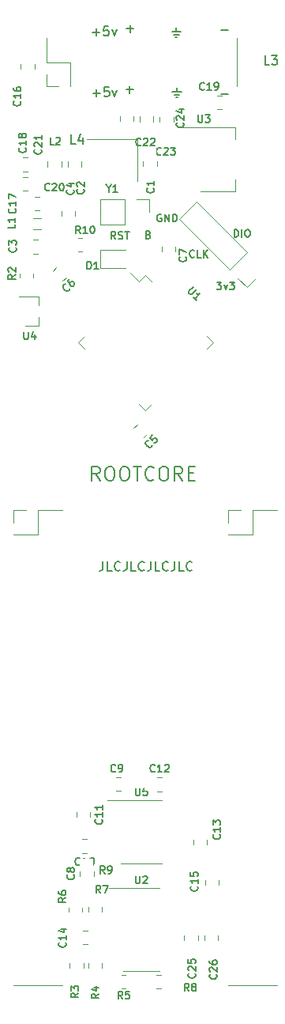
<source format=gbr>
%TF.GenerationSoftware,KiCad,Pcbnew,5.1.9+dfsg1-1*%
%TF.CreationDate,2021-03-03T14:05:15+01:00*%
%TF.ProjectId,rootcore,726f6f74-636f-4726-952e-6b696361645f,rev?*%
%TF.SameCoordinates,Original*%
%TF.FileFunction,Legend,Top*%
%TF.FilePolarity,Positive*%
%FSLAX46Y46*%
G04 Gerber Fmt 4.6, Leading zero omitted, Abs format (unit mm)*
G04 Created by KiCad (PCBNEW 5.1.9+dfsg1-1) date 2021-03-03 14:05:15*
%MOMM*%
%LPD*%
G01*
G04 APERTURE LIST*
%ADD10C,0.180000*%
%ADD11C,0.170000*%
%ADD12C,0.200000*%
%ADD13C,0.150000*%
%ADD14C,0.120000*%
%ADD15R,3.200000X1.300000*%
%ADD16R,2.100000X1.800000*%
%ADD17R,0.900000X0.800000*%
%ADD18R,1.700000X1.700000*%
%ADD19O,1.700000X1.700000*%
%ADD20R,2.000000X3.800000*%
%ADD21R,2.000000X1.500000*%
%ADD22C,0.100000*%
G04 APERTURE END LIST*
D10*
X32091904Y-50161904D02*
X31825238Y-49780952D01*
X31634761Y-50161904D02*
X31634761Y-49361904D01*
X31939523Y-49361904D01*
X32015714Y-49400000D01*
X32053809Y-49438095D01*
X32091904Y-49514285D01*
X32091904Y-49628571D01*
X32053809Y-49704761D01*
X32015714Y-49742857D01*
X31939523Y-49780952D01*
X31634761Y-49780952D01*
X32396666Y-50123809D02*
X32510952Y-50161904D01*
X32701428Y-50161904D01*
X32777619Y-50123809D01*
X32815714Y-50085714D01*
X32853809Y-50009523D01*
X32853809Y-49933333D01*
X32815714Y-49857142D01*
X32777619Y-49819047D01*
X32701428Y-49780952D01*
X32549047Y-49742857D01*
X32472857Y-49704761D01*
X32434761Y-49666666D01*
X32396666Y-49590476D01*
X32396666Y-49514285D01*
X32434761Y-49438095D01*
X32472857Y-49400000D01*
X32549047Y-49361904D01*
X32739523Y-49361904D01*
X32853809Y-49400000D01*
X33082380Y-49361904D02*
X33539523Y-49361904D01*
X33310952Y-50161904D02*
X33310952Y-49361904D01*
X35587142Y-49692857D02*
X35701428Y-49730952D01*
X35739523Y-49769047D01*
X35777619Y-49845238D01*
X35777619Y-49959523D01*
X35739523Y-50035714D01*
X35701428Y-50073809D01*
X35625238Y-50111904D01*
X35320476Y-50111904D01*
X35320476Y-49311904D01*
X35587142Y-49311904D01*
X35663333Y-49350000D01*
X35701428Y-49388095D01*
X35739523Y-49464285D01*
X35739523Y-49540476D01*
X35701428Y-49616666D01*
X35663333Y-49654761D01*
X35587142Y-49692857D01*
X35320476Y-49692857D01*
X42937619Y-54781904D02*
X43432857Y-54781904D01*
X43166190Y-55086666D01*
X43280476Y-55086666D01*
X43356666Y-55124761D01*
X43394761Y-55162857D01*
X43432857Y-55239047D01*
X43432857Y-55429523D01*
X43394761Y-55505714D01*
X43356666Y-55543809D01*
X43280476Y-55581904D01*
X43051904Y-55581904D01*
X42975714Y-55543809D01*
X42937619Y-55505714D01*
X43699523Y-55048571D02*
X43890000Y-55581904D01*
X44080476Y-55048571D01*
X44309047Y-54781904D02*
X44804285Y-54781904D01*
X44537619Y-55086666D01*
X44651904Y-55086666D01*
X44728095Y-55124761D01*
X44766190Y-55162857D01*
X44804285Y-55239047D01*
X44804285Y-55429523D01*
X44766190Y-55505714D01*
X44728095Y-55543809D01*
X44651904Y-55581904D01*
X44423333Y-55581904D01*
X44347142Y-55543809D01*
X44309047Y-55505714D01*
X36980476Y-47530000D02*
X36904285Y-47491904D01*
X36790000Y-47491904D01*
X36675714Y-47530000D01*
X36599523Y-47606190D01*
X36561428Y-47682380D01*
X36523333Y-47834761D01*
X36523333Y-47949047D01*
X36561428Y-48101428D01*
X36599523Y-48177619D01*
X36675714Y-48253809D01*
X36790000Y-48291904D01*
X36866190Y-48291904D01*
X36980476Y-48253809D01*
X37018571Y-48215714D01*
X37018571Y-47949047D01*
X36866190Y-47949047D01*
X37361428Y-48291904D02*
X37361428Y-47491904D01*
X37818571Y-48291904D01*
X37818571Y-47491904D01*
X38199523Y-48291904D02*
X38199523Y-47491904D01*
X38390000Y-47491904D01*
X38504285Y-47530000D01*
X38580476Y-47606190D01*
X38618571Y-47682380D01*
X38656666Y-47834761D01*
X38656666Y-47949047D01*
X38618571Y-48101428D01*
X38580476Y-48177619D01*
X38504285Y-48253809D01*
X38390000Y-48291904D01*
X38199523Y-48291904D01*
X40523809Y-52065714D02*
X40485714Y-52103809D01*
X40371428Y-52141904D01*
X40295238Y-52141904D01*
X40180952Y-52103809D01*
X40104761Y-52027619D01*
X40066666Y-51951428D01*
X40028571Y-51799047D01*
X40028571Y-51684761D01*
X40066666Y-51532380D01*
X40104761Y-51456190D01*
X40180952Y-51380000D01*
X40295238Y-51341904D01*
X40371428Y-51341904D01*
X40485714Y-51380000D01*
X40523809Y-51418095D01*
X41247619Y-52141904D02*
X40866666Y-52141904D01*
X40866666Y-51341904D01*
X41514285Y-52141904D02*
X41514285Y-51341904D01*
X41971428Y-52141904D02*
X41628571Y-51684761D01*
X41971428Y-51341904D02*
X41514285Y-51799047D01*
D11*
X44820952Y-49951904D02*
X44820952Y-49151904D01*
X45011428Y-49151904D01*
X45125714Y-49190000D01*
X45201904Y-49266190D01*
X45240000Y-49342380D01*
X45278095Y-49494761D01*
X45278095Y-49609047D01*
X45240000Y-49761428D01*
X45201904Y-49837619D01*
X45125714Y-49913809D01*
X45011428Y-49951904D01*
X44820952Y-49951904D01*
X45620952Y-49951904D02*
X45620952Y-49151904D01*
X46154285Y-49151904D02*
X46306666Y-49151904D01*
X46382857Y-49190000D01*
X46459047Y-49266190D01*
X46497142Y-49418571D01*
X46497142Y-49685238D01*
X46459047Y-49837619D01*
X46382857Y-49913809D01*
X46306666Y-49951904D01*
X46154285Y-49951904D01*
X46078095Y-49913809D01*
X46001904Y-49837619D01*
X45963809Y-49685238D01*
X45963809Y-49418571D01*
X46001904Y-49266190D01*
X46078095Y-49190000D01*
X46154285Y-49151904D01*
D12*
X30730952Y-84702380D02*
X30730952Y-85416666D01*
X30683333Y-85559523D01*
X30588095Y-85654761D01*
X30445238Y-85702380D01*
X30350000Y-85702380D01*
X31683333Y-85702380D02*
X31207142Y-85702380D01*
X31207142Y-84702380D01*
X32588095Y-85607142D02*
X32540476Y-85654761D01*
X32397619Y-85702380D01*
X32302380Y-85702380D01*
X32159523Y-85654761D01*
X32064285Y-85559523D01*
X32016666Y-85464285D01*
X31969047Y-85273809D01*
X31969047Y-85130952D01*
X32016666Y-84940476D01*
X32064285Y-84845238D01*
X32159523Y-84750000D01*
X32302380Y-84702380D01*
X32397619Y-84702380D01*
X32540476Y-84750000D01*
X32588095Y-84797619D01*
X33302380Y-84702380D02*
X33302380Y-85416666D01*
X33254761Y-85559523D01*
X33159523Y-85654761D01*
X33016666Y-85702380D01*
X32921428Y-85702380D01*
X34254761Y-85702380D02*
X33778571Y-85702380D01*
X33778571Y-84702380D01*
X35159523Y-85607142D02*
X35111904Y-85654761D01*
X34969047Y-85702380D01*
X34873809Y-85702380D01*
X34730952Y-85654761D01*
X34635714Y-85559523D01*
X34588095Y-85464285D01*
X34540476Y-85273809D01*
X34540476Y-85130952D01*
X34588095Y-84940476D01*
X34635714Y-84845238D01*
X34730952Y-84750000D01*
X34873809Y-84702380D01*
X34969047Y-84702380D01*
X35111904Y-84750000D01*
X35159523Y-84797619D01*
X35873809Y-84702380D02*
X35873809Y-85416666D01*
X35826190Y-85559523D01*
X35730952Y-85654761D01*
X35588095Y-85702380D01*
X35492857Y-85702380D01*
X36826190Y-85702380D02*
X36350000Y-85702380D01*
X36350000Y-84702380D01*
X37730952Y-85607142D02*
X37683333Y-85654761D01*
X37540476Y-85702380D01*
X37445238Y-85702380D01*
X37302380Y-85654761D01*
X37207142Y-85559523D01*
X37159523Y-85464285D01*
X37111904Y-85273809D01*
X37111904Y-85130952D01*
X37159523Y-84940476D01*
X37207142Y-84845238D01*
X37302380Y-84750000D01*
X37445238Y-84702380D01*
X37540476Y-84702380D01*
X37683333Y-84750000D01*
X37730952Y-84797619D01*
X38445238Y-84702380D02*
X38445238Y-85416666D01*
X38397619Y-85559523D01*
X38302380Y-85654761D01*
X38159523Y-85702380D01*
X38064285Y-85702380D01*
X39397619Y-85702380D02*
X38921428Y-85702380D01*
X38921428Y-84702380D01*
X40302380Y-85607142D02*
X40254761Y-85654761D01*
X40111904Y-85702380D01*
X40016666Y-85702380D01*
X39873809Y-85654761D01*
X39778571Y-85559523D01*
X39730952Y-85464285D01*
X39683333Y-85273809D01*
X39683333Y-85130952D01*
X39730952Y-84940476D01*
X39778571Y-84845238D01*
X39873809Y-84750000D01*
X40016666Y-84702380D01*
X40111904Y-84702380D01*
X40254761Y-84750000D01*
X40302380Y-84797619D01*
D13*
X30407142Y-76028571D02*
X29907142Y-75314285D01*
X29550000Y-76028571D02*
X29550000Y-74528571D01*
X30121428Y-74528571D01*
X30264285Y-74600000D01*
X30335714Y-74671428D01*
X30407142Y-74814285D01*
X30407142Y-75028571D01*
X30335714Y-75171428D01*
X30264285Y-75242857D01*
X30121428Y-75314285D01*
X29550000Y-75314285D01*
X31335714Y-74528571D02*
X31621428Y-74528571D01*
X31764285Y-74600000D01*
X31907142Y-74742857D01*
X31978571Y-75028571D01*
X31978571Y-75528571D01*
X31907142Y-75814285D01*
X31764285Y-75957142D01*
X31621428Y-76028571D01*
X31335714Y-76028571D01*
X31192857Y-75957142D01*
X31050000Y-75814285D01*
X30978571Y-75528571D01*
X30978571Y-75028571D01*
X31050000Y-74742857D01*
X31192857Y-74600000D01*
X31335714Y-74528571D01*
X32907142Y-74528571D02*
X33192857Y-74528571D01*
X33335714Y-74600000D01*
X33478571Y-74742857D01*
X33550000Y-75028571D01*
X33550000Y-75528571D01*
X33478571Y-75814285D01*
X33335714Y-75957142D01*
X33192857Y-76028571D01*
X32907142Y-76028571D01*
X32764285Y-75957142D01*
X32621428Y-75814285D01*
X32550000Y-75528571D01*
X32550000Y-75028571D01*
X32621428Y-74742857D01*
X32764285Y-74600000D01*
X32907142Y-74528571D01*
X33978571Y-74528571D02*
X34835714Y-74528571D01*
X34407142Y-76028571D02*
X34407142Y-74528571D01*
X36192857Y-75885714D02*
X36121428Y-75957142D01*
X35907142Y-76028571D01*
X35764285Y-76028571D01*
X35550000Y-75957142D01*
X35407142Y-75814285D01*
X35335714Y-75671428D01*
X35264285Y-75385714D01*
X35264285Y-75171428D01*
X35335714Y-74885714D01*
X35407142Y-74742857D01*
X35550000Y-74600000D01*
X35764285Y-74528571D01*
X35907142Y-74528571D01*
X36121428Y-74600000D01*
X36192857Y-74671428D01*
X37121428Y-74528571D02*
X37407142Y-74528571D01*
X37550000Y-74600000D01*
X37692857Y-74742857D01*
X37764285Y-75028571D01*
X37764285Y-75528571D01*
X37692857Y-75814285D01*
X37550000Y-75957142D01*
X37407142Y-76028571D01*
X37121428Y-76028571D01*
X36978571Y-75957142D01*
X36835714Y-75814285D01*
X36764285Y-75528571D01*
X36764285Y-75028571D01*
X36835714Y-74742857D01*
X36978571Y-74600000D01*
X37121428Y-74528571D01*
X39264285Y-76028571D02*
X38764285Y-75314285D01*
X38407142Y-76028571D02*
X38407142Y-74528571D01*
X38978571Y-74528571D01*
X39121428Y-74600000D01*
X39192857Y-74671428D01*
X39264285Y-74814285D01*
X39264285Y-75028571D01*
X39192857Y-75171428D01*
X39121428Y-75242857D01*
X38978571Y-75314285D01*
X38407142Y-75314285D01*
X39907142Y-75242857D02*
X40407142Y-75242857D01*
X40621428Y-76028571D02*
X39907142Y-76028571D01*
X39907142Y-74528571D01*
X40621428Y-74528571D01*
X38173809Y-34430952D02*
X39126190Y-34430952D01*
X38364285Y-34716666D02*
X38935714Y-34716666D01*
X38650000Y-34002380D02*
X38650000Y-34430952D01*
X38745238Y-35002380D02*
X38554761Y-35002380D01*
X38123809Y-27980952D02*
X39076190Y-27980952D01*
X38314285Y-28266666D02*
X38885714Y-28266666D01*
X38600000Y-27552380D02*
X38600000Y-27980952D01*
X38695238Y-28552380D02*
X38504761Y-28552380D01*
X43369047Y-34671428D02*
X44130952Y-34671428D01*
X43369047Y-27771428D02*
X44130952Y-27771428D01*
X33269047Y-27621428D02*
X34030952Y-27621428D01*
X33650000Y-28002380D02*
X33650000Y-27240476D01*
X33219047Y-34146428D02*
X33980952Y-34146428D01*
X33600000Y-34527380D02*
X33600000Y-33765476D01*
X29661904Y-34521428D02*
X30423809Y-34521428D01*
X30042857Y-34902380D02*
X30042857Y-34140476D01*
X31376190Y-33902380D02*
X30900000Y-33902380D01*
X30852380Y-34378571D01*
X30900000Y-34330952D01*
X30995238Y-34283333D01*
X31233333Y-34283333D01*
X31328571Y-34330952D01*
X31376190Y-34378571D01*
X31423809Y-34473809D01*
X31423809Y-34711904D01*
X31376190Y-34807142D01*
X31328571Y-34854761D01*
X31233333Y-34902380D01*
X30995238Y-34902380D01*
X30900000Y-34854761D01*
X30852380Y-34807142D01*
X31757142Y-34235714D02*
X31995238Y-34902380D01*
X32233333Y-34235714D01*
X29611904Y-28021428D02*
X30373809Y-28021428D01*
X29992857Y-28402380D02*
X29992857Y-27640476D01*
X31326190Y-27402380D02*
X30850000Y-27402380D01*
X30802380Y-27878571D01*
X30850000Y-27830952D01*
X30945238Y-27783333D01*
X31183333Y-27783333D01*
X31278571Y-27830952D01*
X31326190Y-27878571D01*
X31373809Y-27973809D01*
X31373809Y-28211904D01*
X31326190Y-28307142D01*
X31278571Y-28354761D01*
X31183333Y-28402380D01*
X30945238Y-28402380D01*
X30850000Y-28354761D01*
X30802380Y-28307142D01*
X31707142Y-27735714D02*
X31945238Y-28402380D01*
X32183333Y-27735714D01*
D14*
%TO.C,Y1*%
X34425000Y-39475000D02*
X29025000Y-39475000D01*
X34425000Y-43975000D02*
X34425000Y-39475000D01*
%TO.C,C19*%
X43523752Y-34815000D02*
X43001248Y-34815000D01*
X43523752Y-36285000D02*
X43001248Y-36285000D01*
%TO.C,L1*%
X24060242Y-47965000D02*
X23239758Y-47965000D01*
X24060242Y-49085000D02*
X23239758Y-49085000D01*
%TO.C,C17*%
X23413748Y-47110000D02*
X23936252Y-47110000D01*
X23413748Y-45640000D02*
X23936252Y-45640000D01*
%TO.C,U4*%
X23860000Y-59480000D02*
X22400000Y-59480000D01*
X23860000Y-56320000D02*
X21700000Y-56320000D01*
X23860000Y-56320000D02*
X23860000Y-57250000D01*
X23860000Y-59480000D02*
X23860000Y-58550000D01*
%TO.C,J3*%
X45110000Y-33830000D02*
X45110000Y-28630000D01*
X27270000Y-33830000D02*
X27270000Y-31230000D01*
X27270000Y-31230000D02*
X24670000Y-31230000D01*
X24670000Y-31230000D02*
X24670000Y-28630000D01*
X26000000Y-33830000D02*
X24670000Y-33830000D01*
X24670000Y-33830000D02*
X24670000Y-32500000D01*
%TO.C,J1*%
X44170000Y-130090000D02*
X49370000Y-130090000D01*
X44170000Y-81770000D02*
X46770000Y-81770000D01*
X46770000Y-81770000D02*
X46770000Y-79170000D01*
X46770000Y-79170000D02*
X49370000Y-79170000D01*
X44170000Y-80500000D02*
X44170000Y-79170000D01*
X44170000Y-79170000D02*
X45500000Y-79170000D01*
%TO.C,J2*%
X21170000Y-130090000D02*
X26370000Y-130090000D01*
X21170000Y-81770000D02*
X23770000Y-81770000D01*
X23770000Y-81770000D02*
X23770000Y-79170000D01*
X23770000Y-79170000D02*
X26370000Y-79170000D01*
X21170000Y-80500000D02*
X21170000Y-79170000D01*
X21170000Y-79170000D02*
X22500000Y-79170000D01*
%TO.C,C26*%
X41615000Y-125223752D02*
X41615000Y-124701248D01*
X43085000Y-125223752D02*
X43085000Y-124701248D01*
%TO.C,C25*%
X39440000Y-125223752D02*
X39440000Y-124701248D01*
X40910000Y-125223752D02*
X40910000Y-124701248D01*
%TO.C,C6*%
X25361920Y-53598633D02*
X25731387Y-53229166D01*
X26401367Y-54638080D02*
X26770834Y-54268613D01*
%TO.C,R10*%
X28527064Y-51535000D02*
X28072936Y-51535000D01*
X28527064Y-50065000D02*
X28072936Y-50065000D01*
%TO.C,D1*%
X33137500Y-51365000D02*
X30452500Y-51365000D01*
X30452500Y-51365000D02*
X30452500Y-53285000D01*
X30452500Y-53285000D02*
X33137500Y-53285000D01*
%TO.C,C24*%
X38285000Y-37586252D02*
X38285000Y-37063748D01*
X36815000Y-37586252D02*
X36815000Y-37063748D01*
%TO.C,C23*%
X36160000Y-37573752D02*
X36160000Y-37051248D01*
X34690000Y-37573752D02*
X34690000Y-37051248D01*
%TO.C,C22*%
X34010000Y-37548752D02*
X34010000Y-37026248D01*
X32540000Y-37548752D02*
X32540000Y-37026248D01*
%TO.C,C21*%
X24790000Y-41876248D02*
X24790000Y-42398752D01*
X26260000Y-41876248D02*
X26260000Y-42398752D01*
%TO.C,C20*%
X22163748Y-44985000D02*
X22686252Y-44985000D01*
X22163748Y-43515000D02*
X22686252Y-43515000D01*
%TO.C,R8*%
X36484936Y-130433000D02*
X36939064Y-130433000D01*
X36484936Y-128963000D02*
X36939064Y-128963000D01*
%TO.C,R7*%
X30635000Y-122177064D02*
X30635000Y-121722936D01*
X29165000Y-122177064D02*
X29165000Y-121722936D01*
%TO.C,R6*%
X28535000Y-122227064D02*
X28535000Y-121772936D01*
X27065000Y-122227064D02*
X27065000Y-121772936D01*
%TO.C,R5*%
X33145064Y-128963000D02*
X32690936Y-128963000D01*
X33145064Y-130433000D02*
X32690936Y-130433000D01*
%TO.C,R4*%
X29165000Y-127722936D02*
X29165000Y-128177064D01*
X30635000Y-127722936D02*
X30635000Y-128177064D01*
%TO.C,R3*%
X28635000Y-128177064D02*
X28635000Y-127722936D01*
X27165000Y-128177064D02*
X27165000Y-127722936D01*
%TO.C,C18*%
X22176248Y-42905000D02*
X22698752Y-42905000D01*
X22176248Y-41435000D02*
X22698752Y-41435000D01*
%TO.C,C16*%
X21915000Y-31451248D02*
X21915000Y-31973752D01*
X23385000Y-31451248D02*
X23385000Y-31973752D01*
%TO.C,C15*%
X41715000Y-118776248D02*
X41715000Y-119298752D01*
X43185000Y-118776248D02*
X43185000Y-119298752D01*
%TO.C,C14*%
X29111252Y-124215000D02*
X28588748Y-124215000D01*
X29111252Y-125685000D02*
X28588748Y-125685000D01*
%TO.C,C13*%
X40440000Y-114476248D02*
X40440000Y-114998752D01*
X41910000Y-114476248D02*
X41910000Y-114998752D01*
%TO.C,U5*%
X34850000Y-110215000D02*
X31250000Y-110215000D01*
X34850000Y-110215000D02*
X37050000Y-110215000D01*
X34850000Y-116985000D02*
X32650000Y-116985000D01*
X34850000Y-116985000D02*
X37050000Y-116985000D01*
%TO.C,U2*%
X34850000Y-119635000D02*
X31400000Y-119635000D01*
X34850000Y-119635000D02*
X36800000Y-119635000D01*
X34850000Y-128505000D02*
X32900000Y-128505000D01*
X34850000Y-128505000D02*
X36800000Y-128505000D01*
%TO.C,C12*%
X36538748Y-109285000D02*
X37061252Y-109285000D01*
X36538748Y-107815000D02*
X37061252Y-107815000D01*
%TO.C,C11*%
X27915000Y-111538748D02*
X27915000Y-112061252D01*
X29385000Y-111538748D02*
X29385000Y-112061252D01*
%TO.C,C10*%
X29023752Y-114415000D02*
X28501248Y-114415000D01*
X29023752Y-115885000D02*
X28501248Y-115885000D01*
%TO.C,C9*%
X32648752Y-107765000D02*
X32126248Y-107765000D01*
X32648752Y-109235000D02*
X32126248Y-109235000D01*
%TO.C,C8*%
X29735000Y-118373752D02*
X29735000Y-117851248D01*
X28265000Y-118373752D02*
X28265000Y-117851248D01*
%TO.C,C7*%
X37015000Y-51473752D02*
X37015000Y-50951248D01*
X38485000Y-51473752D02*
X38485000Y-50951248D01*
%TO.C,J5*%
X35680000Y-45920000D02*
X35680000Y-47250000D01*
X34350000Y-45920000D02*
X35680000Y-45920000D01*
X33080000Y-45920000D02*
X33080000Y-48580000D01*
X33080000Y-48580000D02*
X30480000Y-48580000D01*
X33080000Y-45920000D02*
X30480000Y-45920000D01*
X30480000Y-45920000D02*
X30480000Y-48580000D01*
%TO.C,C5*%
X34398633Y-70011920D02*
X34029166Y-70381387D01*
X35438080Y-71051367D02*
X35068613Y-71420834D01*
%TO.C,U3*%
X44960000Y-45060000D02*
X44960000Y-43800000D01*
X44960000Y-38240000D02*
X44960000Y-39500000D01*
X41200000Y-45060000D02*
X44960000Y-45060000D01*
X38950000Y-38240000D02*
X44960000Y-38240000D01*
%TO.C,C4*%
X27743000Y-47723752D02*
X27743000Y-47201248D01*
X26273000Y-47723752D02*
X26273000Y-47201248D01*
%TO.C,C1*%
X36510000Y-41801248D02*
X36510000Y-42323752D01*
X35040000Y-41801248D02*
X35040000Y-42323752D01*
%TO.C,C2*%
X28410000Y-42398752D02*
X28410000Y-41876248D01*
X26940000Y-42398752D02*
X26940000Y-41876248D01*
%TO.C,C3*%
X23246748Y-50265000D02*
X23769252Y-50265000D01*
X23246748Y-51735000D02*
X23769252Y-51735000D01*
%TO.C,R2*%
X21815000Y-53872936D02*
X21815000Y-54327064D01*
X23285000Y-53872936D02*
X23285000Y-54327064D01*
%TO.C,J4*%
X47100452Y-54350452D02*
X46160000Y-55290904D01*
X46160000Y-55290904D02*
X45219548Y-54350452D01*
X44321522Y-53452426D02*
X38890942Y-48021846D01*
X40771846Y-46140942D02*
X38890942Y-48021846D01*
X46202426Y-51571522D02*
X40771846Y-46140942D01*
X46202426Y-51571522D02*
X44321522Y-53452426D01*
%TO.C,U1*%
X34628249Y-67804880D02*
X35300000Y-68476631D01*
X35300000Y-68476631D02*
X35971751Y-67804880D01*
X28745120Y-61921751D02*
X28073369Y-61250000D01*
X28073369Y-61250000D02*
X28745120Y-60578249D01*
X41854880Y-60578249D02*
X42526631Y-61250000D01*
X42526631Y-61250000D02*
X41854880Y-61921751D01*
X35971751Y-54695120D02*
X35300000Y-54023369D01*
X35300000Y-54023369D02*
X34628249Y-54695120D01*
X34628249Y-54695120D02*
X33680725Y-53747597D01*
%TO.C,L4*%
D13*
X27783333Y-39952380D02*
X27307142Y-39952380D01*
X27307142Y-38952380D01*
X28545238Y-39285714D02*
X28545238Y-39952380D01*
X28307142Y-38904761D02*
X28069047Y-39619047D01*
X28688095Y-39619047D01*
%TO.C,L3*%
X48583333Y-31502380D02*
X48107142Y-31502380D01*
X48107142Y-30502380D01*
X48821428Y-30502380D02*
X49440476Y-30502380D01*
X49107142Y-30883333D01*
X49250000Y-30883333D01*
X49345238Y-30930952D01*
X49392857Y-30978571D01*
X49440476Y-31073809D01*
X49440476Y-31311904D01*
X49392857Y-31407142D01*
X49345238Y-31454761D01*
X49250000Y-31502380D01*
X48964285Y-31502380D01*
X48869047Y-31454761D01*
X48821428Y-31407142D01*
%TO.C,L2*%
D10*
X25466666Y-40061904D02*
X25085714Y-40061904D01*
X25085714Y-39261904D01*
X25695238Y-39338095D02*
X25733333Y-39300000D01*
X25809523Y-39261904D01*
X26000000Y-39261904D01*
X26076190Y-39300000D01*
X26114285Y-39338095D01*
X26152380Y-39414285D01*
X26152380Y-39490476D01*
X26114285Y-39604761D01*
X25657142Y-40061904D01*
X26152380Y-40061904D01*
%TO.C,Y1*%
X31344047Y-44755952D02*
X31344047Y-45136904D01*
X31077380Y-44336904D02*
X31344047Y-44755952D01*
X31610714Y-44336904D01*
X32296428Y-45136904D02*
X31839285Y-45136904D01*
X32067857Y-45136904D02*
X32067857Y-44336904D01*
X31991666Y-44451190D01*
X31915476Y-44527380D01*
X31839285Y-44565476D01*
%TO.C,C19*%
X41585714Y-34135714D02*
X41547619Y-34173809D01*
X41433333Y-34211904D01*
X41357142Y-34211904D01*
X41242857Y-34173809D01*
X41166666Y-34097619D01*
X41128571Y-34021428D01*
X41090476Y-33869047D01*
X41090476Y-33754761D01*
X41128571Y-33602380D01*
X41166666Y-33526190D01*
X41242857Y-33450000D01*
X41357142Y-33411904D01*
X41433333Y-33411904D01*
X41547619Y-33450000D01*
X41585714Y-33488095D01*
X42347619Y-34211904D02*
X41890476Y-34211904D01*
X42119047Y-34211904D02*
X42119047Y-33411904D01*
X42042857Y-33526190D01*
X41966666Y-33602380D01*
X41890476Y-33640476D01*
X42728571Y-34211904D02*
X42880952Y-34211904D01*
X42957142Y-34173809D01*
X42995238Y-34135714D01*
X43071428Y-34021428D01*
X43109523Y-33869047D01*
X43109523Y-33564285D01*
X43071428Y-33488095D01*
X43033333Y-33450000D01*
X42957142Y-33411904D01*
X42804761Y-33411904D01*
X42728571Y-33450000D01*
X42690476Y-33488095D01*
X42652380Y-33564285D01*
X42652380Y-33754761D01*
X42690476Y-33830952D01*
X42728571Y-33869047D01*
X42804761Y-33907142D01*
X42957142Y-33907142D01*
X43033333Y-33869047D01*
X43071428Y-33830952D01*
X43109523Y-33754761D01*
%TO.C,L1*%
X21311904Y-48583333D02*
X21311904Y-48964285D01*
X20511904Y-48964285D01*
X21311904Y-47897619D02*
X21311904Y-48354761D01*
X21311904Y-48126190D02*
X20511904Y-48126190D01*
X20626190Y-48202380D01*
X20702380Y-48278571D01*
X20740476Y-48354761D01*
%TO.C,C17*%
X21310714Y-46889285D02*
X21348809Y-46927380D01*
X21386904Y-47041666D01*
X21386904Y-47117857D01*
X21348809Y-47232142D01*
X21272619Y-47308333D01*
X21196428Y-47346428D01*
X21044047Y-47384523D01*
X20929761Y-47384523D01*
X20777380Y-47346428D01*
X20701190Y-47308333D01*
X20625000Y-47232142D01*
X20586904Y-47117857D01*
X20586904Y-47041666D01*
X20625000Y-46927380D01*
X20663095Y-46889285D01*
X21386904Y-46127380D02*
X21386904Y-46584523D01*
X21386904Y-46355952D02*
X20586904Y-46355952D01*
X20701190Y-46432142D01*
X20777380Y-46508333D01*
X20815476Y-46584523D01*
X20586904Y-45860714D02*
X20586904Y-45327380D01*
X21386904Y-45670238D01*
%TO.C,U4*%
X22270476Y-60101904D02*
X22270476Y-60749523D01*
X22308571Y-60825714D01*
X22346666Y-60863809D01*
X22422857Y-60901904D01*
X22575238Y-60901904D01*
X22651428Y-60863809D01*
X22689523Y-60825714D01*
X22727619Y-60749523D01*
X22727619Y-60101904D01*
X23451428Y-60368571D02*
X23451428Y-60901904D01*
X23260952Y-60063809D02*
X23070476Y-60635238D01*
X23565714Y-60635238D01*
%TO.C,C26*%
X42885714Y-128889285D02*
X42923809Y-128927380D01*
X42961904Y-129041666D01*
X42961904Y-129117857D01*
X42923809Y-129232142D01*
X42847619Y-129308333D01*
X42771428Y-129346428D01*
X42619047Y-129384523D01*
X42504761Y-129384523D01*
X42352380Y-129346428D01*
X42276190Y-129308333D01*
X42200000Y-129232142D01*
X42161904Y-129117857D01*
X42161904Y-129041666D01*
X42200000Y-128927380D01*
X42238095Y-128889285D01*
X42238095Y-128584523D02*
X42200000Y-128546428D01*
X42161904Y-128470238D01*
X42161904Y-128279761D01*
X42200000Y-128203571D01*
X42238095Y-128165476D01*
X42314285Y-128127380D01*
X42390476Y-128127380D01*
X42504761Y-128165476D01*
X42961904Y-128622619D01*
X42961904Y-128127380D01*
X42161904Y-127441666D02*
X42161904Y-127594047D01*
X42200000Y-127670238D01*
X42238095Y-127708333D01*
X42352380Y-127784523D01*
X42504761Y-127822619D01*
X42809523Y-127822619D01*
X42885714Y-127784523D01*
X42923809Y-127746428D01*
X42961904Y-127670238D01*
X42961904Y-127517857D01*
X42923809Y-127441666D01*
X42885714Y-127403571D01*
X42809523Y-127365476D01*
X42619047Y-127365476D01*
X42542857Y-127403571D01*
X42504761Y-127441666D01*
X42466666Y-127517857D01*
X42466666Y-127670238D01*
X42504761Y-127746428D01*
X42542857Y-127784523D01*
X42619047Y-127822619D01*
%TO.C,C25*%
X40585714Y-128789285D02*
X40623809Y-128827380D01*
X40661904Y-128941666D01*
X40661904Y-129017857D01*
X40623809Y-129132142D01*
X40547619Y-129208333D01*
X40471428Y-129246428D01*
X40319047Y-129284523D01*
X40204761Y-129284523D01*
X40052380Y-129246428D01*
X39976190Y-129208333D01*
X39900000Y-129132142D01*
X39861904Y-129017857D01*
X39861904Y-128941666D01*
X39900000Y-128827380D01*
X39938095Y-128789285D01*
X39938095Y-128484523D02*
X39900000Y-128446428D01*
X39861904Y-128370238D01*
X39861904Y-128179761D01*
X39900000Y-128103571D01*
X39938095Y-128065476D01*
X40014285Y-128027380D01*
X40090476Y-128027380D01*
X40204761Y-128065476D01*
X40661904Y-128522619D01*
X40661904Y-128027380D01*
X39861904Y-127303571D02*
X39861904Y-127684523D01*
X40242857Y-127722619D01*
X40204761Y-127684523D01*
X40166666Y-127608333D01*
X40166666Y-127417857D01*
X40204761Y-127341666D01*
X40242857Y-127303571D01*
X40319047Y-127265476D01*
X40509523Y-127265476D01*
X40585714Y-127303571D01*
X40623809Y-127341666D01*
X40661904Y-127417857D01*
X40661904Y-127608333D01*
X40623809Y-127684523D01*
X40585714Y-127722619D01*
%TO.C,C6*%
X27177749Y-55456311D02*
X27177749Y-55510186D01*
X27123874Y-55617935D01*
X27070000Y-55671810D01*
X26962250Y-55725685D01*
X26854500Y-55725685D01*
X26773688Y-55698748D01*
X26639001Y-55617935D01*
X26558189Y-55537123D01*
X26477377Y-55402436D01*
X26450439Y-55321624D01*
X26450439Y-55213874D01*
X26504314Y-55106125D01*
X26558189Y-55052250D01*
X26665938Y-54998375D01*
X26719813Y-54998375D01*
X27150812Y-54459627D02*
X27043062Y-54567377D01*
X27016125Y-54648189D01*
X27016125Y-54702064D01*
X27043062Y-54836751D01*
X27123874Y-54971438D01*
X27339374Y-55186937D01*
X27420186Y-55213874D01*
X27474061Y-55213874D01*
X27554873Y-55186937D01*
X27662622Y-55079187D01*
X27689560Y-54998375D01*
X27689560Y-54944500D01*
X27662622Y-54863688D01*
X27527935Y-54729001D01*
X27447123Y-54702064D01*
X27393248Y-54702064D01*
X27312436Y-54729001D01*
X27204687Y-54836751D01*
X27177749Y-54917563D01*
X27177749Y-54971438D01*
X27204687Y-55052250D01*
%TO.C,R10*%
X28310714Y-49561904D02*
X28044047Y-49180952D01*
X27853571Y-49561904D02*
X27853571Y-48761904D01*
X28158333Y-48761904D01*
X28234523Y-48800000D01*
X28272619Y-48838095D01*
X28310714Y-48914285D01*
X28310714Y-49028571D01*
X28272619Y-49104761D01*
X28234523Y-49142857D01*
X28158333Y-49180952D01*
X27853571Y-49180952D01*
X29072619Y-49561904D02*
X28615476Y-49561904D01*
X28844047Y-49561904D02*
X28844047Y-48761904D01*
X28767857Y-48876190D01*
X28691666Y-48952380D01*
X28615476Y-48990476D01*
X29567857Y-48761904D02*
X29644047Y-48761904D01*
X29720238Y-48800000D01*
X29758333Y-48838095D01*
X29796428Y-48914285D01*
X29834523Y-49066666D01*
X29834523Y-49257142D01*
X29796428Y-49409523D01*
X29758333Y-49485714D01*
X29720238Y-49523809D01*
X29644047Y-49561904D01*
X29567857Y-49561904D01*
X29491666Y-49523809D01*
X29453571Y-49485714D01*
X29415476Y-49409523D01*
X29377380Y-49257142D01*
X29377380Y-49066666D01*
X29415476Y-48914285D01*
X29453571Y-48838095D01*
X29491666Y-48800000D01*
X29567857Y-48761904D01*
%TO.C,D1*%
X29039523Y-53391904D02*
X29039523Y-52591904D01*
X29230000Y-52591904D01*
X29344285Y-52630000D01*
X29420476Y-52706190D01*
X29458571Y-52782380D01*
X29496666Y-52934761D01*
X29496666Y-53049047D01*
X29458571Y-53201428D01*
X29420476Y-53277619D01*
X29344285Y-53353809D01*
X29230000Y-53391904D01*
X29039523Y-53391904D01*
X30258571Y-53391904D02*
X29801428Y-53391904D01*
X30030000Y-53391904D02*
X30030000Y-52591904D01*
X29953809Y-52706190D01*
X29877619Y-52782380D01*
X29801428Y-52820476D01*
%TO.C,C24*%
X39335714Y-37714285D02*
X39373809Y-37752380D01*
X39411904Y-37866666D01*
X39411904Y-37942857D01*
X39373809Y-38057142D01*
X39297619Y-38133333D01*
X39221428Y-38171428D01*
X39069047Y-38209523D01*
X38954761Y-38209523D01*
X38802380Y-38171428D01*
X38726190Y-38133333D01*
X38650000Y-38057142D01*
X38611904Y-37942857D01*
X38611904Y-37866666D01*
X38650000Y-37752380D01*
X38688095Y-37714285D01*
X38688095Y-37409523D02*
X38650000Y-37371428D01*
X38611904Y-37295238D01*
X38611904Y-37104761D01*
X38650000Y-37028571D01*
X38688095Y-36990476D01*
X38764285Y-36952380D01*
X38840476Y-36952380D01*
X38954761Y-36990476D01*
X39411904Y-37447619D01*
X39411904Y-36952380D01*
X38878571Y-36266666D02*
X39411904Y-36266666D01*
X38573809Y-36457142D02*
X39145238Y-36647619D01*
X39145238Y-36152380D01*
%TO.C,C23*%
X36960714Y-41085714D02*
X36922619Y-41123809D01*
X36808333Y-41161904D01*
X36732142Y-41161904D01*
X36617857Y-41123809D01*
X36541666Y-41047619D01*
X36503571Y-40971428D01*
X36465476Y-40819047D01*
X36465476Y-40704761D01*
X36503571Y-40552380D01*
X36541666Y-40476190D01*
X36617857Y-40400000D01*
X36732142Y-40361904D01*
X36808333Y-40361904D01*
X36922619Y-40400000D01*
X36960714Y-40438095D01*
X37265476Y-40438095D02*
X37303571Y-40400000D01*
X37379761Y-40361904D01*
X37570238Y-40361904D01*
X37646428Y-40400000D01*
X37684523Y-40438095D01*
X37722619Y-40514285D01*
X37722619Y-40590476D01*
X37684523Y-40704761D01*
X37227380Y-41161904D01*
X37722619Y-41161904D01*
X37989285Y-40361904D02*
X38484523Y-40361904D01*
X38217857Y-40666666D01*
X38332142Y-40666666D01*
X38408333Y-40704761D01*
X38446428Y-40742857D01*
X38484523Y-40819047D01*
X38484523Y-41009523D01*
X38446428Y-41085714D01*
X38408333Y-41123809D01*
X38332142Y-41161904D01*
X38103571Y-41161904D01*
X38027380Y-41123809D01*
X37989285Y-41085714D01*
%TO.C,C22*%
X34760714Y-40085714D02*
X34722619Y-40123809D01*
X34608333Y-40161904D01*
X34532142Y-40161904D01*
X34417857Y-40123809D01*
X34341666Y-40047619D01*
X34303571Y-39971428D01*
X34265476Y-39819047D01*
X34265476Y-39704761D01*
X34303571Y-39552380D01*
X34341666Y-39476190D01*
X34417857Y-39400000D01*
X34532142Y-39361904D01*
X34608333Y-39361904D01*
X34722619Y-39400000D01*
X34760714Y-39438095D01*
X35065476Y-39438095D02*
X35103571Y-39400000D01*
X35179761Y-39361904D01*
X35370238Y-39361904D01*
X35446428Y-39400000D01*
X35484523Y-39438095D01*
X35522619Y-39514285D01*
X35522619Y-39590476D01*
X35484523Y-39704761D01*
X35027380Y-40161904D01*
X35522619Y-40161904D01*
X35827380Y-39438095D02*
X35865476Y-39400000D01*
X35941666Y-39361904D01*
X36132142Y-39361904D01*
X36208333Y-39400000D01*
X36246428Y-39438095D01*
X36284523Y-39514285D01*
X36284523Y-39590476D01*
X36246428Y-39704761D01*
X35789285Y-40161904D01*
X36284523Y-40161904D01*
%TO.C,C21*%
X24085714Y-40564285D02*
X24123809Y-40602380D01*
X24161904Y-40716666D01*
X24161904Y-40792857D01*
X24123809Y-40907142D01*
X24047619Y-40983333D01*
X23971428Y-41021428D01*
X23819047Y-41059523D01*
X23704761Y-41059523D01*
X23552380Y-41021428D01*
X23476190Y-40983333D01*
X23400000Y-40907142D01*
X23361904Y-40792857D01*
X23361904Y-40716666D01*
X23400000Y-40602380D01*
X23438095Y-40564285D01*
X23438095Y-40259523D02*
X23400000Y-40221428D01*
X23361904Y-40145238D01*
X23361904Y-39954761D01*
X23400000Y-39878571D01*
X23438095Y-39840476D01*
X23514285Y-39802380D01*
X23590476Y-39802380D01*
X23704761Y-39840476D01*
X24161904Y-40297619D01*
X24161904Y-39802380D01*
X24161904Y-39040476D02*
X24161904Y-39497619D01*
X24161904Y-39269047D02*
X23361904Y-39269047D01*
X23476190Y-39345238D01*
X23552380Y-39421428D01*
X23590476Y-39497619D01*
%TO.C,C20*%
X25015714Y-44915714D02*
X24977619Y-44953809D01*
X24863333Y-44991904D01*
X24787142Y-44991904D01*
X24672857Y-44953809D01*
X24596666Y-44877619D01*
X24558571Y-44801428D01*
X24520476Y-44649047D01*
X24520476Y-44534761D01*
X24558571Y-44382380D01*
X24596666Y-44306190D01*
X24672857Y-44230000D01*
X24787142Y-44191904D01*
X24863333Y-44191904D01*
X24977619Y-44230000D01*
X25015714Y-44268095D01*
X25320476Y-44268095D02*
X25358571Y-44230000D01*
X25434761Y-44191904D01*
X25625238Y-44191904D01*
X25701428Y-44230000D01*
X25739523Y-44268095D01*
X25777619Y-44344285D01*
X25777619Y-44420476D01*
X25739523Y-44534761D01*
X25282380Y-44991904D01*
X25777619Y-44991904D01*
X26272857Y-44191904D02*
X26349047Y-44191904D01*
X26425238Y-44230000D01*
X26463333Y-44268095D01*
X26501428Y-44344285D01*
X26539523Y-44496666D01*
X26539523Y-44687142D01*
X26501428Y-44839523D01*
X26463333Y-44915714D01*
X26425238Y-44953809D01*
X26349047Y-44991904D01*
X26272857Y-44991904D01*
X26196666Y-44953809D01*
X26158571Y-44915714D01*
X26120476Y-44839523D01*
X26082380Y-44687142D01*
X26082380Y-44496666D01*
X26120476Y-44344285D01*
X26158571Y-44268095D01*
X26196666Y-44230000D01*
X26272857Y-44191904D01*
%TO.C,R9*%
X30916666Y-118111904D02*
X30650000Y-117730952D01*
X30459523Y-118111904D02*
X30459523Y-117311904D01*
X30764285Y-117311904D01*
X30840476Y-117350000D01*
X30878571Y-117388095D01*
X30916666Y-117464285D01*
X30916666Y-117578571D01*
X30878571Y-117654761D01*
X30840476Y-117692857D01*
X30764285Y-117730952D01*
X30459523Y-117730952D01*
X31297619Y-118111904D02*
X31450000Y-118111904D01*
X31526190Y-118073809D01*
X31564285Y-118035714D01*
X31640476Y-117921428D01*
X31678571Y-117769047D01*
X31678571Y-117464285D01*
X31640476Y-117388095D01*
X31602380Y-117350000D01*
X31526190Y-117311904D01*
X31373809Y-117311904D01*
X31297619Y-117350000D01*
X31259523Y-117388095D01*
X31221428Y-117464285D01*
X31221428Y-117654761D01*
X31259523Y-117730952D01*
X31297619Y-117769047D01*
X31373809Y-117807142D01*
X31526190Y-117807142D01*
X31602380Y-117769047D01*
X31640476Y-117730952D01*
X31678571Y-117654761D01*
%TO.C,R8*%
X39966666Y-130686904D02*
X39700000Y-130305952D01*
X39509523Y-130686904D02*
X39509523Y-129886904D01*
X39814285Y-129886904D01*
X39890476Y-129925000D01*
X39928571Y-129963095D01*
X39966666Y-130039285D01*
X39966666Y-130153571D01*
X39928571Y-130229761D01*
X39890476Y-130267857D01*
X39814285Y-130305952D01*
X39509523Y-130305952D01*
X40423809Y-130229761D02*
X40347619Y-130191666D01*
X40309523Y-130153571D01*
X40271428Y-130077380D01*
X40271428Y-130039285D01*
X40309523Y-129963095D01*
X40347619Y-129925000D01*
X40423809Y-129886904D01*
X40576190Y-129886904D01*
X40652380Y-129925000D01*
X40690476Y-129963095D01*
X40728571Y-130039285D01*
X40728571Y-130077380D01*
X40690476Y-130153571D01*
X40652380Y-130191666D01*
X40576190Y-130229761D01*
X40423809Y-130229761D01*
X40347619Y-130267857D01*
X40309523Y-130305952D01*
X40271428Y-130382142D01*
X40271428Y-130534523D01*
X40309523Y-130610714D01*
X40347619Y-130648809D01*
X40423809Y-130686904D01*
X40576190Y-130686904D01*
X40652380Y-130648809D01*
X40690476Y-130610714D01*
X40728571Y-130534523D01*
X40728571Y-130382142D01*
X40690476Y-130305952D01*
X40652380Y-130267857D01*
X40576190Y-130229761D01*
%TO.C,R7*%
X30466666Y-120161904D02*
X30200000Y-119780952D01*
X30009523Y-120161904D02*
X30009523Y-119361904D01*
X30314285Y-119361904D01*
X30390476Y-119400000D01*
X30428571Y-119438095D01*
X30466666Y-119514285D01*
X30466666Y-119628571D01*
X30428571Y-119704761D01*
X30390476Y-119742857D01*
X30314285Y-119780952D01*
X30009523Y-119780952D01*
X30733333Y-119361904D02*
X31266666Y-119361904D01*
X30923809Y-120161904D01*
%TO.C,R6*%
X26761904Y-120683333D02*
X26380952Y-120950000D01*
X26761904Y-121140476D02*
X25961904Y-121140476D01*
X25961904Y-120835714D01*
X26000000Y-120759523D01*
X26038095Y-120721428D01*
X26114285Y-120683333D01*
X26228571Y-120683333D01*
X26304761Y-120721428D01*
X26342857Y-120759523D01*
X26380952Y-120835714D01*
X26380952Y-121140476D01*
X25961904Y-119997619D02*
X25961904Y-120150000D01*
X26000000Y-120226190D01*
X26038095Y-120264285D01*
X26152380Y-120340476D01*
X26304761Y-120378571D01*
X26609523Y-120378571D01*
X26685714Y-120340476D01*
X26723809Y-120302380D01*
X26761904Y-120226190D01*
X26761904Y-120073809D01*
X26723809Y-119997619D01*
X26685714Y-119959523D01*
X26609523Y-119921428D01*
X26419047Y-119921428D01*
X26342857Y-119959523D01*
X26304761Y-119997619D01*
X26266666Y-120073809D01*
X26266666Y-120226190D01*
X26304761Y-120302380D01*
X26342857Y-120340476D01*
X26419047Y-120378571D01*
%TO.C,R5*%
X32841666Y-131511904D02*
X32575000Y-131130952D01*
X32384523Y-131511904D02*
X32384523Y-130711904D01*
X32689285Y-130711904D01*
X32765476Y-130750000D01*
X32803571Y-130788095D01*
X32841666Y-130864285D01*
X32841666Y-130978571D01*
X32803571Y-131054761D01*
X32765476Y-131092857D01*
X32689285Y-131130952D01*
X32384523Y-131130952D01*
X33565476Y-130711904D02*
X33184523Y-130711904D01*
X33146428Y-131092857D01*
X33184523Y-131054761D01*
X33260714Y-131016666D01*
X33451190Y-131016666D01*
X33527380Y-131054761D01*
X33565476Y-131092857D01*
X33603571Y-131169047D01*
X33603571Y-131359523D01*
X33565476Y-131435714D01*
X33527380Y-131473809D01*
X33451190Y-131511904D01*
X33260714Y-131511904D01*
X33184523Y-131473809D01*
X33146428Y-131435714D01*
%TO.C,R4*%
X30311904Y-130983333D02*
X29930952Y-131250000D01*
X30311904Y-131440476D02*
X29511904Y-131440476D01*
X29511904Y-131135714D01*
X29550000Y-131059523D01*
X29588095Y-131021428D01*
X29664285Y-130983333D01*
X29778571Y-130983333D01*
X29854761Y-131021428D01*
X29892857Y-131059523D01*
X29930952Y-131135714D01*
X29930952Y-131440476D01*
X29778571Y-130297619D02*
X30311904Y-130297619D01*
X29473809Y-130488095D02*
X30045238Y-130678571D01*
X30045238Y-130183333D01*
%TO.C,R3*%
X28111904Y-130883333D02*
X27730952Y-131150000D01*
X28111904Y-131340476D02*
X27311904Y-131340476D01*
X27311904Y-131035714D01*
X27350000Y-130959523D01*
X27388095Y-130921428D01*
X27464285Y-130883333D01*
X27578571Y-130883333D01*
X27654761Y-130921428D01*
X27692857Y-130959523D01*
X27730952Y-131035714D01*
X27730952Y-131340476D01*
X27311904Y-130616666D02*
X27311904Y-130121428D01*
X27616666Y-130388095D01*
X27616666Y-130273809D01*
X27654761Y-130197619D01*
X27692857Y-130159523D01*
X27769047Y-130121428D01*
X27959523Y-130121428D01*
X28035714Y-130159523D01*
X28073809Y-130197619D01*
X28111904Y-130273809D01*
X28111904Y-130502380D01*
X28073809Y-130578571D01*
X28035714Y-130616666D01*
%TO.C,C18*%
X22410714Y-40389285D02*
X22448809Y-40427380D01*
X22486904Y-40541666D01*
X22486904Y-40617857D01*
X22448809Y-40732142D01*
X22372619Y-40808333D01*
X22296428Y-40846428D01*
X22144047Y-40884523D01*
X22029761Y-40884523D01*
X21877380Y-40846428D01*
X21801190Y-40808333D01*
X21725000Y-40732142D01*
X21686904Y-40617857D01*
X21686904Y-40541666D01*
X21725000Y-40427380D01*
X21763095Y-40389285D01*
X22486904Y-39627380D02*
X22486904Y-40084523D01*
X22486904Y-39855952D02*
X21686904Y-39855952D01*
X21801190Y-39932142D01*
X21877380Y-40008333D01*
X21915476Y-40084523D01*
X22029761Y-39170238D02*
X21991666Y-39246428D01*
X21953571Y-39284523D01*
X21877380Y-39322619D01*
X21839285Y-39322619D01*
X21763095Y-39284523D01*
X21725000Y-39246428D01*
X21686904Y-39170238D01*
X21686904Y-39017857D01*
X21725000Y-38941666D01*
X21763095Y-38903571D01*
X21839285Y-38865476D01*
X21877380Y-38865476D01*
X21953571Y-38903571D01*
X21991666Y-38941666D01*
X22029761Y-39017857D01*
X22029761Y-39170238D01*
X22067857Y-39246428D01*
X22105952Y-39284523D01*
X22182142Y-39322619D01*
X22334523Y-39322619D01*
X22410714Y-39284523D01*
X22448809Y-39246428D01*
X22486904Y-39170238D01*
X22486904Y-39017857D01*
X22448809Y-38941666D01*
X22410714Y-38903571D01*
X22334523Y-38865476D01*
X22182142Y-38865476D01*
X22105952Y-38903571D01*
X22067857Y-38941666D01*
X22029761Y-39017857D01*
%TO.C,C16*%
X21860714Y-35389285D02*
X21898809Y-35427380D01*
X21936904Y-35541666D01*
X21936904Y-35617857D01*
X21898809Y-35732142D01*
X21822619Y-35808333D01*
X21746428Y-35846428D01*
X21594047Y-35884523D01*
X21479761Y-35884523D01*
X21327380Y-35846428D01*
X21251190Y-35808333D01*
X21175000Y-35732142D01*
X21136904Y-35617857D01*
X21136904Y-35541666D01*
X21175000Y-35427380D01*
X21213095Y-35389285D01*
X21936904Y-34627380D02*
X21936904Y-35084523D01*
X21936904Y-34855952D02*
X21136904Y-34855952D01*
X21251190Y-34932142D01*
X21327380Y-35008333D01*
X21365476Y-35084523D01*
X21136904Y-33941666D02*
X21136904Y-34094047D01*
X21175000Y-34170238D01*
X21213095Y-34208333D01*
X21327380Y-34284523D01*
X21479761Y-34322619D01*
X21784523Y-34322619D01*
X21860714Y-34284523D01*
X21898809Y-34246428D01*
X21936904Y-34170238D01*
X21936904Y-34017857D01*
X21898809Y-33941666D01*
X21860714Y-33903571D01*
X21784523Y-33865476D01*
X21594047Y-33865476D01*
X21517857Y-33903571D01*
X21479761Y-33941666D01*
X21441666Y-34017857D01*
X21441666Y-34170238D01*
X21479761Y-34246428D01*
X21517857Y-34284523D01*
X21594047Y-34322619D01*
%TO.C,C15*%
X40835714Y-119464285D02*
X40873809Y-119502380D01*
X40911904Y-119616666D01*
X40911904Y-119692857D01*
X40873809Y-119807142D01*
X40797619Y-119883333D01*
X40721428Y-119921428D01*
X40569047Y-119959523D01*
X40454761Y-119959523D01*
X40302380Y-119921428D01*
X40226190Y-119883333D01*
X40150000Y-119807142D01*
X40111904Y-119692857D01*
X40111904Y-119616666D01*
X40150000Y-119502380D01*
X40188095Y-119464285D01*
X40911904Y-118702380D02*
X40911904Y-119159523D01*
X40911904Y-118930952D02*
X40111904Y-118930952D01*
X40226190Y-119007142D01*
X40302380Y-119083333D01*
X40340476Y-119159523D01*
X40111904Y-117978571D02*
X40111904Y-118359523D01*
X40492857Y-118397619D01*
X40454761Y-118359523D01*
X40416666Y-118283333D01*
X40416666Y-118092857D01*
X40454761Y-118016666D01*
X40492857Y-117978571D01*
X40569047Y-117940476D01*
X40759523Y-117940476D01*
X40835714Y-117978571D01*
X40873809Y-118016666D01*
X40911904Y-118092857D01*
X40911904Y-118283333D01*
X40873809Y-118359523D01*
X40835714Y-118397619D01*
%TO.C,C14*%
X26710714Y-125489285D02*
X26748809Y-125527380D01*
X26786904Y-125641666D01*
X26786904Y-125717857D01*
X26748809Y-125832142D01*
X26672619Y-125908333D01*
X26596428Y-125946428D01*
X26444047Y-125984523D01*
X26329761Y-125984523D01*
X26177380Y-125946428D01*
X26101190Y-125908333D01*
X26025000Y-125832142D01*
X25986904Y-125717857D01*
X25986904Y-125641666D01*
X26025000Y-125527380D01*
X26063095Y-125489285D01*
X26786904Y-124727380D02*
X26786904Y-125184523D01*
X26786904Y-124955952D02*
X25986904Y-124955952D01*
X26101190Y-125032142D01*
X26177380Y-125108333D01*
X26215476Y-125184523D01*
X26253571Y-124041666D02*
X26786904Y-124041666D01*
X25948809Y-124232142D02*
X26520238Y-124422619D01*
X26520238Y-123927380D01*
%TO.C,C13*%
X43235714Y-113914285D02*
X43273809Y-113952380D01*
X43311904Y-114066666D01*
X43311904Y-114142857D01*
X43273809Y-114257142D01*
X43197619Y-114333333D01*
X43121428Y-114371428D01*
X42969047Y-114409523D01*
X42854761Y-114409523D01*
X42702380Y-114371428D01*
X42626190Y-114333333D01*
X42550000Y-114257142D01*
X42511904Y-114142857D01*
X42511904Y-114066666D01*
X42550000Y-113952380D01*
X42588095Y-113914285D01*
X43311904Y-113152380D02*
X43311904Y-113609523D01*
X43311904Y-113380952D02*
X42511904Y-113380952D01*
X42626190Y-113457142D01*
X42702380Y-113533333D01*
X42740476Y-113609523D01*
X42511904Y-112885714D02*
X42511904Y-112390476D01*
X42816666Y-112657142D01*
X42816666Y-112542857D01*
X42854761Y-112466666D01*
X42892857Y-112428571D01*
X42969047Y-112390476D01*
X43159523Y-112390476D01*
X43235714Y-112428571D01*
X43273809Y-112466666D01*
X43311904Y-112542857D01*
X43311904Y-112771428D01*
X43273809Y-112847619D01*
X43235714Y-112885714D01*
%TO.C,U5*%
X34240476Y-108961904D02*
X34240476Y-109609523D01*
X34278571Y-109685714D01*
X34316666Y-109723809D01*
X34392857Y-109761904D01*
X34545238Y-109761904D01*
X34621428Y-109723809D01*
X34659523Y-109685714D01*
X34697619Y-109609523D01*
X34697619Y-108961904D01*
X35459523Y-108961904D02*
X35078571Y-108961904D01*
X35040476Y-109342857D01*
X35078571Y-109304761D01*
X35154761Y-109266666D01*
X35345238Y-109266666D01*
X35421428Y-109304761D01*
X35459523Y-109342857D01*
X35497619Y-109419047D01*
X35497619Y-109609523D01*
X35459523Y-109685714D01*
X35421428Y-109723809D01*
X35345238Y-109761904D01*
X35154761Y-109761904D01*
X35078571Y-109723809D01*
X35040476Y-109685714D01*
%TO.C,U2*%
X34240476Y-118351904D02*
X34240476Y-118999523D01*
X34278571Y-119075714D01*
X34316666Y-119113809D01*
X34392857Y-119151904D01*
X34545238Y-119151904D01*
X34621428Y-119113809D01*
X34659523Y-119075714D01*
X34697619Y-118999523D01*
X34697619Y-118351904D01*
X35040476Y-118428095D02*
X35078571Y-118390000D01*
X35154761Y-118351904D01*
X35345238Y-118351904D01*
X35421428Y-118390000D01*
X35459523Y-118428095D01*
X35497619Y-118504285D01*
X35497619Y-118580476D01*
X35459523Y-118694761D01*
X35002380Y-119151904D01*
X35497619Y-119151904D01*
%TO.C,C12*%
X36285714Y-107155714D02*
X36247619Y-107193809D01*
X36133333Y-107231904D01*
X36057142Y-107231904D01*
X35942857Y-107193809D01*
X35866666Y-107117619D01*
X35828571Y-107041428D01*
X35790476Y-106889047D01*
X35790476Y-106774761D01*
X35828571Y-106622380D01*
X35866666Y-106546190D01*
X35942857Y-106470000D01*
X36057142Y-106431904D01*
X36133333Y-106431904D01*
X36247619Y-106470000D01*
X36285714Y-106508095D01*
X37047619Y-107231904D02*
X36590476Y-107231904D01*
X36819047Y-107231904D02*
X36819047Y-106431904D01*
X36742857Y-106546190D01*
X36666666Y-106622380D01*
X36590476Y-106660476D01*
X37352380Y-106508095D02*
X37390476Y-106470000D01*
X37466666Y-106431904D01*
X37657142Y-106431904D01*
X37733333Y-106470000D01*
X37771428Y-106508095D01*
X37809523Y-106584285D01*
X37809523Y-106660476D01*
X37771428Y-106774761D01*
X37314285Y-107231904D01*
X37809523Y-107231904D01*
%TO.C,C11*%
X30615714Y-112314285D02*
X30653809Y-112352380D01*
X30691904Y-112466666D01*
X30691904Y-112542857D01*
X30653809Y-112657142D01*
X30577619Y-112733333D01*
X30501428Y-112771428D01*
X30349047Y-112809523D01*
X30234761Y-112809523D01*
X30082380Y-112771428D01*
X30006190Y-112733333D01*
X29930000Y-112657142D01*
X29891904Y-112542857D01*
X29891904Y-112466666D01*
X29930000Y-112352380D01*
X29968095Y-112314285D01*
X30691904Y-111552380D02*
X30691904Y-112009523D01*
X30691904Y-111780952D02*
X29891904Y-111780952D01*
X30006190Y-111857142D01*
X30082380Y-111933333D01*
X30120476Y-112009523D01*
X30691904Y-110790476D02*
X30691904Y-111247619D01*
X30691904Y-111019047D02*
X29891904Y-111019047D01*
X30006190Y-111095238D01*
X30082380Y-111171428D01*
X30120476Y-111247619D01*
%TO.C,C10*%
X28248214Y-117115714D02*
X28210119Y-117153809D01*
X28095833Y-117191904D01*
X28019642Y-117191904D01*
X27905357Y-117153809D01*
X27829166Y-117077619D01*
X27791071Y-117001428D01*
X27752976Y-116849047D01*
X27752976Y-116734761D01*
X27791071Y-116582380D01*
X27829166Y-116506190D01*
X27905357Y-116430000D01*
X28019642Y-116391904D01*
X28095833Y-116391904D01*
X28210119Y-116430000D01*
X28248214Y-116468095D01*
X29010119Y-117191904D02*
X28552976Y-117191904D01*
X28781547Y-117191904D02*
X28781547Y-116391904D01*
X28705357Y-116506190D01*
X28629166Y-116582380D01*
X28552976Y-116620476D01*
X29505357Y-116391904D02*
X29581547Y-116391904D01*
X29657738Y-116430000D01*
X29695833Y-116468095D01*
X29733928Y-116544285D01*
X29772023Y-116696666D01*
X29772023Y-116887142D01*
X29733928Y-117039523D01*
X29695833Y-117115714D01*
X29657738Y-117153809D01*
X29581547Y-117191904D01*
X29505357Y-117191904D01*
X29429166Y-117153809D01*
X29391071Y-117115714D01*
X29352976Y-117039523D01*
X29314880Y-116887142D01*
X29314880Y-116696666D01*
X29352976Y-116544285D01*
X29391071Y-116468095D01*
X29429166Y-116430000D01*
X29505357Y-116391904D01*
%TO.C,C9*%
X32091666Y-107135714D02*
X32053571Y-107173809D01*
X31939285Y-107211904D01*
X31863095Y-107211904D01*
X31748809Y-107173809D01*
X31672619Y-107097619D01*
X31634523Y-107021428D01*
X31596428Y-106869047D01*
X31596428Y-106754761D01*
X31634523Y-106602380D01*
X31672619Y-106526190D01*
X31748809Y-106450000D01*
X31863095Y-106411904D01*
X31939285Y-106411904D01*
X32053571Y-106450000D01*
X32091666Y-106488095D01*
X32472619Y-107211904D02*
X32625000Y-107211904D01*
X32701190Y-107173809D01*
X32739285Y-107135714D01*
X32815476Y-107021428D01*
X32853571Y-106869047D01*
X32853571Y-106564285D01*
X32815476Y-106488095D01*
X32777380Y-106450000D01*
X32701190Y-106411904D01*
X32548809Y-106411904D01*
X32472619Y-106450000D01*
X32434523Y-106488095D01*
X32396428Y-106564285D01*
X32396428Y-106754761D01*
X32434523Y-106830952D01*
X32472619Y-106869047D01*
X32548809Y-106907142D01*
X32701190Y-106907142D01*
X32777380Y-106869047D01*
X32815476Y-106830952D01*
X32853571Y-106754761D01*
%TO.C,C8*%
X27605714Y-118245833D02*
X27643809Y-118283928D01*
X27681904Y-118398214D01*
X27681904Y-118474404D01*
X27643809Y-118588690D01*
X27567619Y-118664880D01*
X27491428Y-118702976D01*
X27339047Y-118741071D01*
X27224761Y-118741071D01*
X27072380Y-118702976D01*
X26996190Y-118664880D01*
X26920000Y-118588690D01*
X26881904Y-118474404D01*
X26881904Y-118398214D01*
X26920000Y-118283928D01*
X26958095Y-118245833D01*
X27224761Y-117788690D02*
X27186666Y-117864880D01*
X27148571Y-117902976D01*
X27072380Y-117941071D01*
X27034285Y-117941071D01*
X26958095Y-117902976D01*
X26920000Y-117864880D01*
X26881904Y-117788690D01*
X26881904Y-117636309D01*
X26920000Y-117560119D01*
X26958095Y-117522023D01*
X27034285Y-117483928D01*
X27072380Y-117483928D01*
X27148571Y-117522023D01*
X27186666Y-117560119D01*
X27224761Y-117636309D01*
X27224761Y-117788690D01*
X27262857Y-117864880D01*
X27300952Y-117902976D01*
X27377142Y-117941071D01*
X27529523Y-117941071D01*
X27605714Y-117902976D01*
X27643809Y-117864880D01*
X27681904Y-117788690D01*
X27681904Y-117636309D01*
X27643809Y-117560119D01*
X27605714Y-117522023D01*
X27529523Y-117483928D01*
X27377142Y-117483928D01*
X27300952Y-117522023D01*
X27262857Y-117560119D01*
X27224761Y-117636309D01*
%TO.C,C7*%
X39625714Y-52063333D02*
X39663809Y-52101428D01*
X39701904Y-52215714D01*
X39701904Y-52291904D01*
X39663809Y-52406190D01*
X39587619Y-52482380D01*
X39511428Y-52520476D01*
X39359047Y-52558571D01*
X39244761Y-52558571D01*
X39092380Y-52520476D01*
X39016190Y-52482380D01*
X38940000Y-52406190D01*
X38901904Y-52291904D01*
X38901904Y-52215714D01*
X38940000Y-52101428D01*
X38978095Y-52063333D01*
X38901904Y-51796666D02*
X38901904Y-51263333D01*
X39701904Y-51606190D01*
%TO.C,C5*%
X36029311Y-72200627D02*
X36029311Y-72254502D01*
X35975436Y-72362251D01*
X35921562Y-72416126D01*
X35813812Y-72470001D01*
X35706062Y-72470001D01*
X35625250Y-72443064D01*
X35490563Y-72362251D01*
X35409751Y-72281439D01*
X35328939Y-72146752D01*
X35302001Y-72065940D01*
X35302001Y-71958190D01*
X35355876Y-71850441D01*
X35409751Y-71796566D01*
X35517500Y-71742691D01*
X35571375Y-71742691D01*
X36029311Y-71177006D02*
X35759937Y-71446380D01*
X36002374Y-71742691D01*
X36002374Y-71688816D01*
X36029311Y-71608004D01*
X36163998Y-71473317D01*
X36244810Y-71446380D01*
X36298685Y-71446380D01*
X36379497Y-71473317D01*
X36514184Y-71608004D01*
X36541122Y-71688816D01*
X36541122Y-71742691D01*
X36514184Y-71823503D01*
X36379497Y-71958190D01*
X36298685Y-71985128D01*
X36244810Y-71985128D01*
%TO.C,U3*%
X40940476Y-36861904D02*
X40940476Y-37509523D01*
X40978571Y-37585714D01*
X41016666Y-37623809D01*
X41092857Y-37661904D01*
X41245238Y-37661904D01*
X41321428Y-37623809D01*
X41359523Y-37585714D01*
X41397619Y-37509523D01*
X41397619Y-36861904D01*
X41702380Y-36861904D02*
X42197619Y-36861904D01*
X41930952Y-37166666D01*
X42045238Y-37166666D01*
X42121428Y-37204761D01*
X42159523Y-37242857D01*
X42197619Y-37319047D01*
X42197619Y-37509523D01*
X42159523Y-37585714D01*
X42121428Y-37623809D01*
X42045238Y-37661904D01*
X41816666Y-37661904D01*
X41740476Y-37623809D01*
X41702380Y-37585714D01*
%TO.C,C4*%
X27545714Y-44893333D02*
X27583809Y-44931428D01*
X27621904Y-45045714D01*
X27621904Y-45121904D01*
X27583809Y-45236190D01*
X27507619Y-45312380D01*
X27431428Y-45350476D01*
X27279047Y-45388571D01*
X27164761Y-45388571D01*
X27012380Y-45350476D01*
X26936190Y-45312380D01*
X26860000Y-45236190D01*
X26821904Y-45121904D01*
X26821904Y-45045714D01*
X26860000Y-44931428D01*
X26898095Y-44893333D01*
X27088571Y-44207619D02*
X27621904Y-44207619D01*
X26783809Y-44398095D02*
X27355238Y-44588571D01*
X27355238Y-44093333D01*
%TO.C,C1*%
X36135714Y-44708333D02*
X36173809Y-44746428D01*
X36211904Y-44860714D01*
X36211904Y-44936904D01*
X36173809Y-45051190D01*
X36097619Y-45127380D01*
X36021428Y-45165476D01*
X35869047Y-45203571D01*
X35754761Y-45203571D01*
X35602380Y-45165476D01*
X35526190Y-45127380D01*
X35450000Y-45051190D01*
X35411904Y-44936904D01*
X35411904Y-44860714D01*
X35450000Y-44746428D01*
X35488095Y-44708333D01*
X36211904Y-43946428D02*
X36211904Y-44403571D01*
X36211904Y-44175000D02*
X35411904Y-44175000D01*
X35526190Y-44251190D01*
X35602380Y-44327380D01*
X35640476Y-44403571D01*
%TO.C,C2*%
X28635714Y-44833333D02*
X28673809Y-44871428D01*
X28711904Y-44985714D01*
X28711904Y-45061904D01*
X28673809Y-45176190D01*
X28597619Y-45252380D01*
X28521428Y-45290476D01*
X28369047Y-45328571D01*
X28254761Y-45328571D01*
X28102380Y-45290476D01*
X28026190Y-45252380D01*
X27950000Y-45176190D01*
X27911904Y-45061904D01*
X27911904Y-44985714D01*
X27950000Y-44871428D01*
X27988095Y-44833333D01*
X27988095Y-44528571D02*
X27950000Y-44490476D01*
X27911904Y-44414285D01*
X27911904Y-44223809D01*
X27950000Y-44147619D01*
X27988095Y-44109523D01*
X28064285Y-44071428D01*
X28140476Y-44071428D01*
X28254761Y-44109523D01*
X28711904Y-44566666D01*
X28711904Y-44071428D01*
%TO.C,C3*%
X21365714Y-51063333D02*
X21403809Y-51101428D01*
X21441904Y-51215714D01*
X21441904Y-51291904D01*
X21403809Y-51406190D01*
X21327619Y-51482380D01*
X21251428Y-51520476D01*
X21099047Y-51558571D01*
X20984761Y-51558571D01*
X20832380Y-51520476D01*
X20756190Y-51482380D01*
X20680000Y-51406190D01*
X20641904Y-51291904D01*
X20641904Y-51215714D01*
X20680000Y-51101428D01*
X20718095Y-51063333D01*
X20641904Y-50796666D02*
X20641904Y-50301428D01*
X20946666Y-50568095D01*
X20946666Y-50453809D01*
X20984761Y-50377619D01*
X21022857Y-50339523D01*
X21099047Y-50301428D01*
X21289523Y-50301428D01*
X21365714Y-50339523D01*
X21403809Y-50377619D01*
X21441904Y-50453809D01*
X21441904Y-50682380D01*
X21403809Y-50758571D01*
X21365714Y-50796666D01*
%TO.C,R2*%
X21361904Y-53983333D02*
X20980952Y-54250000D01*
X21361904Y-54440476D02*
X20561904Y-54440476D01*
X20561904Y-54135714D01*
X20600000Y-54059523D01*
X20638095Y-54021428D01*
X20714285Y-53983333D01*
X20828571Y-53983333D01*
X20904761Y-54021428D01*
X20942857Y-54059523D01*
X20980952Y-54135714D01*
X20980952Y-54440476D01*
X20638095Y-53678571D02*
X20600000Y-53640476D01*
X20561904Y-53564285D01*
X20561904Y-53373809D01*
X20600000Y-53297619D01*
X20638095Y-53259523D01*
X20714285Y-53221428D01*
X20790476Y-53221428D01*
X20904761Y-53259523D01*
X21361904Y-53716666D01*
X21361904Y-53221428D01*
%TO.C,U1*%
X40411371Y-55276631D02*
X39953435Y-55734567D01*
X39926498Y-55815379D01*
X39926498Y-55869254D01*
X39953435Y-55950066D01*
X40061185Y-56057816D01*
X40141997Y-56084753D01*
X40195872Y-56084753D01*
X40276684Y-56057816D01*
X40734620Y-55599880D01*
X40734620Y-56731251D02*
X40411371Y-56408002D01*
X40572996Y-56569626D02*
X41138681Y-56003941D01*
X41003994Y-56030878D01*
X40896244Y-56030878D01*
X40815432Y-56003941D01*
%TD*%
%LPC*%
D15*
%TO.C,L4*%
X29800000Y-38050000D03*
X29800000Y-35750000D03*
%TD*%
%TO.C,L3*%
X47850000Y-35135000D03*
X47850000Y-32835000D03*
%TD*%
%TO.C,L2*%
X24900000Y-38065000D03*
X24900000Y-35765000D03*
%TD*%
D16*
%TO.C,Y1*%
X33175000Y-42875000D03*
X30275000Y-42875000D03*
X30275000Y-40575000D03*
X33175000Y-40575000D03*
%TD*%
%TO.C,C19*%
G36*
G01*
X42812500Y-35075000D02*
X42812500Y-36025000D01*
G75*
G02*
X42562500Y-36275000I-250000J0D01*
G01*
X41887500Y-36275000D01*
G75*
G02*
X41637500Y-36025000I0J250000D01*
G01*
X41637500Y-35075000D01*
G75*
G02*
X41887500Y-34825000I250000J0D01*
G01*
X42562500Y-34825000D01*
G75*
G02*
X42812500Y-35075000I0J-250000D01*
G01*
G37*
G36*
G01*
X44887500Y-35075000D02*
X44887500Y-36025000D01*
G75*
G02*
X44637500Y-36275000I-250000J0D01*
G01*
X43962500Y-36275000D01*
G75*
G02*
X43712500Y-36025000I0J250000D01*
G01*
X43712500Y-35075000D01*
G75*
G02*
X43962500Y-34825000I250000J0D01*
G01*
X44637500Y-34825000D01*
G75*
G02*
X44887500Y-35075000I0J-250000D01*
G01*
G37*
%TD*%
%TO.C,L1*%
G36*
G01*
X23025000Y-48174999D02*
X23025000Y-48875001D01*
G75*
G02*
X22775001Y-49125000I-249999J0D01*
G01*
X22224999Y-49125000D01*
G75*
G02*
X21975000Y-48875001I0J249999D01*
G01*
X21975000Y-48174999D01*
G75*
G02*
X22224999Y-47925000I249999J0D01*
G01*
X22775001Y-47925000D01*
G75*
G02*
X23025000Y-48174999I0J-249999D01*
G01*
G37*
G36*
G01*
X25325000Y-48174999D02*
X25325000Y-48875001D01*
G75*
G02*
X25075001Y-49125000I-249999J0D01*
G01*
X24524999Y-49125000D01*
G75*
G02*
X24275000Y-48875001I0J249999D01*
G01*
X24275000Y-48174999D01*
G75*
G02*
X24524999Y-47925000I249999J0D01*
G01*
X25075001Y-47925000D01*
G75*
G02*
X25325000Y-48174999I0J-249999D01*
G01*
G37*
%TD*%
%TO.C,C17*%
G36*
G01*
X24125000Y-46850000D02*
X24125000Y-45900000D01*
G75*
G02*
X24375000Y-45650000I250000J0D01*
G01*
X25050000Y-45650000D01*
G75*
G02*
X25300000Y-45900000I0J-250000D01*
G01*
X25300000Y-46850000D01*
G75*
G02*
X25050000Y-47100000I-250000J0D01*
G01*
X24375000Y-47100000D01*
G75*
G02*
X24125000Y-46850000I0J250000D01*
G01*
G37*
G36*
G01*
X22050000Y-46850000D02*
X22050000Y-45900000D01*
G75*
G02*
X22300000Y-45650000I250000J0D01*
G01*
X22975000Y-45650000D01*
G75*
G02*
X23225000Y-45900000I0J-250000D01*
G01*
X23225000Y-46850000D01*
G75*
G02*
X22975000Y-47100000I-250000J0D01*
G01*
X22300000Y-47100000D01*
G75*
G02*
X22050000Y-46850000I0J250000D01*
G01*
G37*
%TD*%
D17*
%TO.C,U4*%
X24100000Y-57900000D03*
X22100000Y-58850000D03*
X22100000Y-56950000D03*
%TD*%
D18*
%TO.C,J3*%
X26000000Y-32500000D03*
D19*
X26000000Y-29960000D03*
X28540000Y-32500000D03*
X28540000Y-29960000D03*
X31080000Y-32500000D03*
X31080000Y-29960000D03*
X33620000Y-32500000D03*
X33620000Y-29960000D03*
X36160000Y-32500000D03*
X36160000Y-29960000D03*
X38700000Y-32500000D03*
X38700000Y-29960000D03*
X41240000Y-32500000D03*
X41240000Y-29960000D03*
X43780000Y-32500000D03*
X43780000Y-29960000D03*
%TD*%
D18*
%TO.C,J1*%
X45500000Y-80500000D03*
D19*
X48040000Y-80500000D03*
X45500000Y-83040000D03*
X48040000Y-83040000D03*
X45500000Y-85580000D03*
X48040000Y-85580000D03*
X45500000Y-88120000D03*
X48040000Y-88120000D03*
X45500000Y-90660000D03*
X48040000Y-90660000D03*
X45500000Y-93200000D03*
X48040000Y-93200000D03*
X45500000Y-95740000D03*
X48040000Y-95740000D03*
X45500000Y-98280000D03*
X48040000Y-98280000D03*
X45500000Y-100820000D03*
X48040000Y-100820000D03*
X45500000Y-103360000D03*
X48040000Y-103360000D03*
X45500000Y-105900000D03*
X48040000Y-105900000D03*
X45500000Y-108440000D03*
X48040000Y-108440000D03*
X45500000Y-110980000D03*
X48040000Y-110980000D03*
X45500000Y-113520000D03*
X48040000Y-113520000D03*
X45500000Y-116060000D03*
X48040000Y-116060000D03*
X45500000Y-118600000D03*
X48040000Y-118600000D03*
X45500000Y-121140000D03*
X48040000Y-121140000D03*
X45500000Y-123680000D03*
X48040000Y-123680000D03*
X45500000Y-126220000D03*
X48040000Y-126220000D03*
X45500000Y-128760000D03*
X48040000Y-128760000D03*
%TD*%
D18*
%TO.C,J2*%
X22500000Y-80500000D03*
D19*
X25040000Y-80500000D03*
X22500000Y-83040000D03*
X25040000Y-83040000D03*
X22500000Y-85580000D03*
X25040000Y-85580000D03*
X22500000Y-88120000D03*
X25040000Y-88120000D03*
X22500000Y-90660000D03*
X25040000Y-90660000D03*
X22500000Y-93200000D03*
X25040000Y-93200000D03*
X22500000Y-95740000D03*
X25040000Y-95740000D03*
X22500000Y-98280000D03*
X25040000Y-98280000D03*
X22500000Y-100820000D03*
X25040000Y-100820000D03*
X22500000Y-103360000D03*
X25040000Y-103360000D03*
X22500000Y-105900000D03*
X25040000Y-105900000D03*
X22500000Y-108440000D03*
X25040000Y-108440000D03*
X22500000Y-110980000D03*
X25040000Y-110980000D03*
X22500000Y-113520000D03*
X25040000Y-113520000D03*
X22500000Y-116060000D03*
X25040000Y-116060000D03*
X22500000Y-118600000D03*
X25040000Y-118600000D03*
X22500000Y-121140000D03*
X25040000Y-121140000D03*
X22500000Y-123680000D03*
X25040000Y-123680000D03*
X22500000Y-126220000D03*
X25040000Y-126220000D03*
X22500000Y-128760000D03*
X25040000Y-128760000D03*
%TD*%
%TO.C,C26*%
G36*
G01*
X42825000Y-124512500D02*
X41875000Y-124512500D01*
G75*
G02*
X41625000Y-124262500I0J250000D01*
G01*
X41625000Y-123587500D01*
G75*
G02*
X41875000Y-123337500I250000J0D01*
G01*
X42825000Y-123337500D01*
G75*
G02*
X43075000Y-123587500I0J-250000D01*
G01*
X43075000Y-124262500D01*
G75*
G02*
X42825000Y-124512500I-250000J0D01*
G01*
G37*
G36*
G01*
X42825000Y-126587500D02*
X41875000Y-126587500D01*
G75*
G02*
X41625000Y-126337500I0J250000D01*
G01*
X41625000Y-125662500D01*
G75*
G02*
X41875000Y-125412500I250000J0D01*
G01*
X42825000Y-125412500D01*
G75*
G02*
X43075000Y-125662500I0J-250000D01*
G01*
X43075000Y-126337500D01*
G75*
G02*
X42825000Y-126587500I-250000J0D01*
G01*
G37*
%TD*%
%TO.C,C25*%
G36*
G01*
X40650000Y-124512500D02*
X39700000Y-124512500D01*
G75*
G02*
X39450000Y-124262500I0J250000D01*
G01*
X39450000Y-123587500D01*
G75*
G02*
X39700000Y-123337500I250000J0D01*
G01*
X40650000Y-123337500D01*
G75*
G02*
X40900000Y-123587500I0J-250000D01*
G01*
X40900000Y-124262500D01*
G75*
G02*
X40650000Y-124512500I-250000J0D01*
G01*
G37*
G36*
G01*
X40650000Y-126587500D02*
X39700000Y-126587500D01*
G75*
G02*
X39450000Y-126337500I0J250000D01*
G01*
X39450000Y-125662500D01*
G75*
G02*
X39700000Y-125412500I250000J0D01*
G01*
X40650000Y-125412500D01*
G75*
G02*
X40900000Y-125662500I0J-250000D01*
G01*
X40900000Y-126337500D01*
G75*
G02*
X40650000Y-126587500I-250000J0D01*
G01*
G37*
%TD*%
%TO.C,C6*%
G36*
G01*
X26720450Y-53951301D02*
X26048699Y-53279550D01*
G75*
G02*
X26048699Y-52925996I176777J176777D01*
G01*
X26525996Y-52448699D01*
G75*
G02*
X26879550Y-52448699I176777J-176777D01*
G01*
X27551301Y-53120450D01*
G75*
G02*
X27551301Y-53474004I-176777J-176777D01*
G01*
X27074004Y-53951301D01*
G75*
G02*
X26720450Y-53951301I-176777J176777D01*
G01*
G37*
G36*
G01*
X25253204Y-55418547D02*
X24581453Y-54746796D01*
G75*
G02*
X24581453Y-54393242I176777J176777D01*
G01*
X25058750Y-53915945D01*
G75*
G02*
X25412304Y-53915945I176777J-176777D01*
G01*
X26084055Y-54587696D01*
G75*
G02*
X26084055Y-54941250I-176777J-176777D01*
G01*
X25606758Y-55418547D01*
G75*
G02*
X25253204Y-55418547I-176777J176777D01*
G01*
G37*
%TD*%
%TO.C,R10*%
G36*
G01*
X27900000Y-50349999D02*
X27900000Y-51250001D01*
G75*
G02*
X27650001Y-51500000I-249999J0D01*
G01*
X26949999Y-51500000D01*
G75*
G02*
X26700000Y-51250001I0J249999D01*
G01*
X26700000Y-50349999D01*
G75*
G02*
X26949999Y-50100000I249999J0D01*
G01*
X27650001Y-50100000D01*
G75*
G02*
X27900000Y-50349999I0J-249999D01*
G01*
G37*
G36*
G01*
X29900000Y-50349999D02*
X29900000Y-51250001D01*
G75*
G02*
X29650001Y-51500000I-249999J0D01*
G01*
X28949999Y-51500000D01*
G75*
G02*
X28700000Y-51250001I0J249999D01*
G01*
X28700000Y-50349999D01*
G75*
G02*
X28949999Y-50100000I249999J0D01*
G01*
X29650001Y-50100000D01*
G75*
G02*
X29900000Y-50349999I0J-249999D01*
G01*
G37*
%TD*%
%TO.C,D1*%
G36*
G01*
X32587500Y-52781250D02*
X32587500Y-51868750D01*
G75*
G02*
X32831250Y-51625000I243750J0D01*
G01*
X33318750Y-51625000D01*
G75*
G02*
X33562500Y-51868750I0J-243750D01*
G01*
X33562500Y-52781250D01*
G75*
G02*
X33318750Y-53025000I-243750J0D01*
G01*
X32831250Y-53025000D01*
G75*
G02*
X32587500Y-52781250I0J243750D01*
G01*
G37*
G36*
G01*
X30712500Y-52781250D02*
X30712500Y-51868750D01*
G75*
G02*
X30956250Y-51625000I243750J0D01*
G01*
X31443750Y-51625000D01*
G75*
G02*
X31687500Y-51868750I0J-243750D01*
G01*
X31687500Y-52781250D01*
G75*
G02*
X31443750Y-53025000I-243750J0D01*
G01*
X30956250Y-53025000D01*
G75*
G02*
X30712500Y-52781250I0J243750D01*
G01*
G37*
%TD*%
%TO.C,C24*%
G36*
G01*
X38025000Y-36875000D02*
X37075000Y-36875000D01*
G75*
G02*
X36825000Y-36625000I0J250000D01*
G01*
X36825000Y-35950000D01*
G75*
G02*
X37075000Y-35700000I250000J0D01*
G01*
X38025000Y-35700000D01*
G75*
G02*
X38275000Y-35950000I0J-250000D01*
G01*
X38275000Y-36625000D01*
G75*
G02*
X38025000Y-36875000I-250000J0D01*
G01*
G37*
G36*
G01*
X38025000Y-38950000D02*
X37075000Y-38950000D01*
G75*
G02*
X36825000Y-38700000I0J250000D01*
G01*
X36825000Y-38025000D01*
G75*
G02*
X37075000Y-37775000I250000J0D01*
G01*
X38025000Y-37775000D01*
G75*
G02*
X38275000Y-38025000I0J-250000D01*
G01*
X38275000Y-38700000D01*
G75*
G02*
X38025000Y-38950000I-250000J0D01*
G01*
G37*
%TD*%
%TO.C,C23*%
G36*
G01*
X35900000Y-36862500D02*
X34950000Y-36862500D01*
G75*
G02*
X34700000Y-36612500I0J250000D01*
G01*
X34700000Y-35937500D01*
G75*
G02*
X34950000Y-35687500I250000J0D01*
G01*
X35900000Y-35687500D01*
G75*
G02*
X36150000Y-35937500I0J-250000D01*
G01*
X36150000Y-36612500D01*
G75*
G02*
X35900000Y-36862500I-250000J0D01*
G01*
G37*
G36*
G01*
X35900000Y-38937500D02*
X34950000Y-38937500D01*
G75*
G02*
X34700000Y-38687500I0J250000D01*
G01*
X34700000Y-38012500D01*
G75*
G02*
X34950000Y-37762500I250000J0D01*
G01*
X35900000Y-37762500D01*
G75*
G02*
X36150000Y-38012500I0J-250000D01*
G01*
X36150000Y-38687500D01*
G75*
G02*
X35900000Y-38937500I-250000J0D01*
G01*
G37*
%TD*%
%TO.C,C22*%
G36*
G01*
X33750000Y-36837500D02*
X32800000Y-36837500D01*
G75*
G02*
X32550000Y-36587500I0J250000D01*
G01*
X32550000Y-35912500D01*
G75*
G02*
X32800000Y-35662500I250000J0D01*
G01*
X33750000Y-35662500D01*
G75*
G02*
X34000000Y-35912500I0J-250000D01*
G01*
X34000000Y-36587500D01*
G75*
G02*
X33750000Y-36837500I-250000J0D01*
G01*
G37*
G36*
G01*
X33750000Y-38912500D02*
X32800000Y-38912500D01*
G75*
G02*
X32550000Y-38662500I0J250000D01*
G01*
X32550000Y-37987500D01*
G75*
G02*
X32800000Y-37737500I250000J0D01*
G01*
X33750000Y-37737500D01*
G75*
G02*
X34000000Y-37987500I0J-250000D01*
G01*
X34000000Y-38662500D01*
G75*
G02*
X33750000Y-38912500I-250000J0D01*
G01*
G37*
%TD*%
%TO.C,C21*%
G36*
G01*
X25050000Y-42587500D02*
X26000000Y-42587500D01*
G75*
G02*
X26250000Y-42837500I0J-250000D01*
G01*
X26250000Y-43512500D01*
G75*
G02*
X26000000Y-43762500I-250000J0D01*
G01*
X25050000Y-43762500D01*
G75*
G02*
X24800000Y-43512500I0J250000D01*
G01*
X24800000Y-42837500D01*
G75*
G02*
X25050000Y-42587500I250000J0D01*
G01*
G37*
G36*
G01*
X25050000Y-40512500D02*
X26000000Y-40512500D01*
G75*
G02*
X26250000Y-40762500I0J-250000D01*
G01*
X26250000Y-41437500D01*
G75*
G02*
X26000000Y-41687500I-250000J0D01*
G01*
X25050000Y-41687500D01*
G75*
G02*
X24800000Y-41437500I0J250000D01*
G01*
X24800000Y-40762500D01*
G75*
G02*
X25050000Y-40512500I250000J0D01*
G01*
G37*
%TD*%
%TO.C,C20*%
G36*
G01*
X22875000Y-44725000D02*
X22875000Y-43775000D01*
G75*
G02*
X23125000Y-43525000I250000J0D01*
G01*
X23800000Y-43525000D01*
G75*
G02*
X24050000Y-43775000I0J-250000D01*
G01*
X24050000Y-44725000D01*
G75*
G02*
X23800000Y-44975000I-250000J0D01*
G01*
X23125000Y-44975000D01*
G75*
G02*
X22875000Y-44725000I0J250000D01*
G01*
G37*
G36*
G01*
X20800000Y-44725000D02*
X20800000Y-43775000D01*
G75*
G02*
X21050000Y-43525000I250000J0D01*
G01*
X21725000Y-43525000D01*
G75*
G02*
X21975000Y-43775000I0J-250000D01*
G01*
X21975000Y-44725000D01*
G75*
G02*
X21725000Y-44975000I-250000J0D01*
G01*
X21050000Y-44975000D01*
G75*
G02*
X20800000Y-44725000I0J250000D01*
G01*
G37*
%TD*%
%TO.C,R8*%
G36*
G01*
X37112000Y-130148001D02*
X37112000Y-129247999D01*
G75*
G02*
X37361999Y-128998000I249999J0D01*
G01*
X38062001Y-128998000D01*
G75*
G02*
X38312000Y-129247999I0J-249999D01*
G01*
X38312000Y-130148001D01*
G75*
G02*
X38062001Y-130398000I-249999J0D01*
G01*
X37361999Y-130398000D01*
G75*
G02*
X37112000Y-130148001I0J249999D01*
G01*
G37*
G36*
G01*
X35112000Y-130148001D02*
X35112000Y-129247999D01*
G75*
G02*
X35361999Y-128998000I249999J0D01*
G01*
X36062001Y-128998000D01*
G75*
G02*
X36312000Y-129247999I0J-249999D01*
G01*
X36312000Y-130148001D01*
G75*
G02*
X36062001Y-130398000I-249999J0D01*
G01*
X35361999Y-130398000D01*
G75*
G02*
X35112000Y-130148001I0J249999D01*
G01*
G37*
%TD*%
%TO.C,R7*%
G36*
G01*
X30350001Y-121550000D02*
X29449999Y-121550000D01*
G75*
G02*
X29200000Y-121300001I0J249999D01*
G01*
X29200000Y-120599999D01*
G75*
G02*
X29449999Y-120350000I249999J0D01*
G01*
X30350001Y-120350000D01*
G75*
G02*
X30600000Y-120599999I0J-249999D01*
G01*
X30600000Y-121300001D01*
G75*
G02*
X30350001Y-121550000I-249999J0D01*
G01*
G37*
G36*
G01*
X30350001Y-123550000D02*
X29449999Y-123550000D01*
G75*
G02*
X29200000Y-123300001I0J249999D01*
G01*
X29200000Y-122599999D01*
G75*
G02*
X29449999Y-122350000I249999J0D01*
G01*
X30350001Y-122350000D01*
G75*
G02*
X30600000Y-122599999I0J-249999D01*
G01*
X30600000Y-123300001D01*
G75*
G02*
X30350001Y-123550000I-249999J0D01*
G01*
G37*
%TD*%
%TO.C,R6*%
G36*
G01*
X28250001Y-121600000D02*
X27349999Y-121600000D01*
G75*
G02*
X27100000Y-121350001I0J249999D01*
G01*
X27100000Y-120649999D01*
G75*
G02*
X27349999Y-120400000I249999J0D01*
G01*
X28250001Y-120400000D01*
G75*
G02*
X28500000Y-120649999I0J-249999D01*
G01*
X28500000Y-121350001D01*
G75*
G02*
X28250001Y-121600000I-249999J0D01*
G01*
G37*
G36*
G01*
X28250001Y-123600000D02*
X27349999Y-123600000D01*
G75*
G02*
X27100000Y-123350001I0J249999D01*
G01*
X27100000Y-122649999D01*
G75*
G02*
X27349999Y-122400000I249999J0D01*
G01*
X28250001Y-122400000D01*
G75*
G02*
X28500000Y-122649999I0J-249999D01*
G01*
X28500000Y-123350001D01*
G75*
G02*
X28250001Y-123600000I-249999J0D01*
G01*
G37*
%TD*%
%TO.C,R5*%
G36*
G01*
X32518000Y-129247999D02*
X32518000Y-130148001D01*
G75*
G02*
X32268001Y-130398000I-249999J0D01*
G01*
X31567999Y-130398000D01*
G75*
G02*
X31318000Y-130148001I0J249999D01*
G01*
X31318000Y-129247999D01*
G75*
G02*
X31567999Y-128998000I249999J0D01*
G01*
X32268001Y-128998000D01*
G75*
G02*
X32518000Y-129247999I0J-249999D01*
G01*
G37*
G36*
G01*
X34518000Y-129247999D02*
X34518000Y-130148001D01*
G75*
G02*
X34268001Y-130398000I-249999J0D01*
G01*
X33567999Y-130398000D01*
G75*
G02*
X33318000Y-130148001I0J249999D01*
G01*
X33318000Y-129247999D01*
G75*
G02*
X33567999Y-128998000I249999J0D01*
G01*
X34268001Y-128998000D01*
G75*
G02*
X34518000Y-129247999I0J-249999D01*
G01*
G37*
%TD*%
%TO.C,R4*%
G36*
G01*
X29449999Y-128350000D02*
X30350001Y-128350000D01*
G75*
G02*
X30600000Y-128599999I0J-249999D01*
G01*
X30600000Y-129300001D01*
G75*
G02*
X30350001Y-129550000I-249999J0D01*
G01*
X29449999Y-129550000D01*
G75*
G02*
X29200000Y-129300001I0J249999D01*
G01*
X29200000Y-128599999D01*
G75*
G02*
X29449999Y-128350000I249999J0D01*
G01*
G37*
G36*
G01*
X29449999Y-126350000D02*
X30350001Y-126350000D01*
G75*
G02*
X30600000Y-126599999I0J-249999D01*
G01*
X30600000Y-127300001D01*
G75*
G02*
X30350001Y-127550000I-249999J0D01*
G01*
X29449999Y-127550000D01*
G75*
G02*
X29200000Y-127300001I0J249999D01*
G01*
X29200000Y-126599999D01*
G75*
G02*
X29449999Y-126350000I249999J0D01*
G01*
G37*
%TD*%
%TO.C,R3*%
G36*
G01*
X28350001Y-127550000D02*
X27449999Y-127550000D01*
G75*
G02*
X27200000Y-127300001I0J249999D01*
G01*
X27200000Y-126599999D01*
G75*
G02*
X27449999Y-126350000I249999J0D01*
G01*
X28350001Y-126350000D01*
G75*
G02*
X28600000Y-126599999I0J-249999D01*
G01*
X28600000Y-127300001D01*
G75*
G02*
X28350001Y-127550000I-249999J0D01*
G01*
G37*
G36*
G01*
X28350001Y-129550000D02*
X27449999Y-129550000D01*
G75*
G02*
X27200000Y-129300001I0J249999D01*
G01*
X27200000Y-128599999D01*
G75*
G02*
X27449999Y-128350000I249999J0D01*
G01*
X28350001Y-128350000D01*
G75*
G02*
X28600000Y-128599999I0J-249999D01*
G01*
X28600000Y-129300001D01*
G75*
G02*
X28350001Y-129550000I-249999J0D01*
G01*
G37*
%TD*%
%TO.C,C18*%
G36*
G01*
X22887500Y-42645000D02*
X22887500Y-41695000D01*
G75*
G02*
X23137500Y-41445000I250000J0D01*
G01*
X23812500Y-41445000D01*
G75*
G02*
X24062500Y-41695000I0J-250000D01*
G01*
X24062500Y-42645000D01*
G75*
G02*
X23812500Y-42895000I-250000J0D01*
G01*
X23137500Y-42895000D01*
G75*
G02*
X22887500Y-42645000I0J250000D01*
G01*
G37*
G36*
G01*
X20812500Y-42645000D02*
X20812500Y-41695000D01*
G75*
G02*
X21062500Y-41445000I250000J0D01*
G01*
X21737500Y-41445000D01*
G75*
G02*
X21987500Y-41695000I0J-250000D01*
G01*
X21987500Y-42645000D01*
G75*
G02*
X21737500Y-42895000I-250000J0D01*
G01*
X21062500Y-42895000D01*
G75*
G02*
X20812500Y-42645000I0J250000D01*
G01*
G37*
%TD*%
%TO.C,C16*%
G36*
G01*
X22175000Y-32162500D02*
X23125000Y-32162500D01*
G75*
G02*
X23375000Y-32412500I0J-250000D01*
G01*
X23375000Y-33087500D01*
G75*
G02*
X23125000Y-33337500I-250000J0D01*
G01*
X22175000Y-33337500D01*
G75*
G02*
X21925000Y-33087500I0J250000D01*
G01*
X21925000Y-32412500D01*
G75*
G02*
X22175000Y-32162500I250000J0D01*
G01*
G37*
G36*
G01*
X22175000Y-30087500D02*
X23125000Y-30087500D01*
G75*
G02*
X23375000Y-30337500I0J-250000D01*
G01*
X23375000Y-31012500D01*
G75*
G02*
X23125000Y-31262500I-250000J0D01*
G01*
X22175000Y-31262500D01*
G75*
G02*
X21925000Y-31012500I0J250000D01*
G01*
X21925000Y-30337500D01*
G75*
G02*
X22175000Y-30087500I250000J0D01*
G01*
G37*
%TD*%
%TO.C,C15*%
G36*
G01*
X41975000Y-119487500D02*
X42925000Y-119487500D01*
G75*
G02*
X43175000Y-119737500I0J-250000D01*
G01*
X43175000Y-120412500D01*
G75*
G02*
X42925000Y-120662500I-250000J0D01*
G01*
X41975000Y-120662500D01*
G75*
G02*
X41725000Y-120412500I0J250000D01*
G01*
X41725000Y-119737500D01*
G75*
G02*
X41975000Y-119487500I250000J0D01*
G01*
G37*
G36*
G01*
X41975000Y-117412500D02*
X42925000Y-117412500D01*
G75*
G02*
X43175000Y-117662500I0J-250000D01*
G01*
X43175000Y-118337500D01*
G75*
G02*
X42925000Y-118587500I-250000J0D01*
G01*
X41975000Y-118587500D01*
G75*
G02*
X41725000Y-118337500I0J250000D01*
G01*
X41725000Y-117662500D01*
G75*
G02*
X41975000Y-117412500I250000J0D01*
G01*
G37*
%TD*%
%TO.C,C14*%
G36*
G01*
X28400000Y-124475000D02*
X28400000Y-125425000D01*
G75*
G02*
X28150000Y-125675000I-250000J0D01*
G01*
X27475000Y-125675000D01*
G75*
G02*
X27225000Y-125425000I0J250000D01*
G01*
X27225000Y-124475000D01*
G75*
G02*
X27475000Y-124225000I250000J0D01*
G01*
X28150000Y-124225000D01*
G75*
G02*
X28400000Y-124475000I0J-250000D01*
G01*
G37*
G36*
G01*
X30475000Y-124475000D02*
X30475000Y-125425000D01*
G75*
G02*
X30225000Y-125675000I-250000J0D01*
G01*
X29550000Y-125675000D01*
G75*
G02*
X29300000Y-125425000I0J250000D01*
G01*
X29300000Y-124475000D01*
G75*
G02*
X29550000Y-124225000I250000J0D01*
G01*
X30225000Y-124225000D01*
G75*
G02*
X30475000Y-124475000I0J-250000D01*
G01*
G37*
%TD*%
%TO.C,C13*%
G36*
G01*
X40700000Y-115187500D02*
X41650000Y-115187500D01*
G75*
G02*
X41900000Y-115437500I0J-250000D01*
G01*
X41900000Y-116112500D01*
G75*
G02*
X41650000Y-116362500I-250000J0D01*
G01*
X40700000Y-116362500D01*
G75*
G02*
X40450000Y-116112500I0J250000D01*
G01*
X40450000Y-115437500D01*
G75*
G02*
X40700000Y-115187500I250000J0D01*
G01*
G37*
G36*
G01*
X40700000Y-113112500D02*
X41650000Y-113112500D01*
G75*
G02*
X41900000Y-113362500I0J-250000D01*
G01*
X41900000Y-114037500D01*
G75*
G02*
X41650000Y-114287500I-250000J0D01*
G01*
X40700000Y-114287500D01*
G75*
G02*
X40450000Y-114037500I0J250000D01*
G01*
X40450000Y-113362500D01*
G75*
G02*
X40700000Y-113112500I250000J0D01*
G01*
G37*
%TD*%
%TO.C,U5*%
G36*
G01*
X36975000Y-110775000D02*
X36975000Y-110575000D01*
G75*
G02*
X37075000Y-110475000I100000J0D01*
G01*
X38350000Y-110475000D01*
G75*
G02*
X38450000Y-110575000I0J-100000D01*
G01*
X38450000Y-110775000D01*
G75*
G02*
X38350000Y-110875000I-100000J0D01*
G01*
X37075000Y-110875000D01*
G75*
G02*
X36975000Y-110775000I0J100000D01*
G01*
G37*
G36*
G01*
X36975000Y-111425000D02*
X36975000Y-111225000D01*
G75*
G02*
X37075000Y-111125000I100000J0D01*
G01*
X38350000Y-111125000D01*
G75*
G02*
X38450000Y-111225000I0J-100000D01*
G01*
X38450000Y-111425000D01*
G75*
G02*
X38350000Y-111525000I-100000J0D01*
G01*
X37075000Y-111525000D01*
G75*
G02*
X36975000Y-111425000I0J100000D01*
G01*
G37*
G36*
G01*
X36975000Y-112075000D02*
X36975000Y-111875000D01*
G75*
G02*
X37075000Y-111775000I100000J0D01*
G01*
X38350000Y-111775000D01*
G75*
G02*
X38450000Y-111875000I0J-100000D01*
G01*
X38450000Y-112075000D01*
G75*
G02*
X38350000Y-112175000I-100000J0D01*
G01*
X37075000Y-112175000D01*
G75*
G02*
X36975000Y-112075000I0J100000D01*
G01*
G37*
G36*
G01*
X36975000Y-112725000D02*
X36975000Y-112525000D01*
G75*
G02*
X37075000Y-112425000I100000J0D01*
G01*
X38350000Y-112425000D01*
G75*
G02*
X38450000Y-112525000I0J-100000D01*
G01*
X38450000Y-112725000D01*
G75*
G02*
X38350000Y-112825000I-100000J0D01*
G01*
X37075000Y-112825000D01*
G75*
G02*
X36975000Y-112725000I0J100000D01*
G01*
G37*
G36*
G01*
X36975000Y-113375000D02*
X36975000Y-113175000D01*
G75*
G02*
X37075000Y-113075000I100000J0D01*
G01*
X38350000Y-113075000D01*
G75*
G02*
X38450000Y-113175000I0J-100000D01*
G01*
X38450000Y-113375000D01*
G75*
G02*
X38350000Y-113475000I-100000J0D01*
G01*
X37075000Y-113475000D01*
G75*
G02*
X36975000Y-113375000I0J100000D01*
G01*
G37*
G36*
G01*
X36975000Y-114025000D02*
X36975000Y-113825000D01*
G75*
G02*
X37075000Y-113725000I100000J0D01*
G01*
X38350000Y-113725000D01*
G75*
G02*
X38450000Y-113825000I0J-100000D01*
G01*
X38450000Y-114025000D01*
G75*
G02*
X38350000Y-114125000I-100000J0D01*
G01*
X37075000Y-114125000D01*
G75*
G02*
X36975000Y-114025000I0J100000D01*
G01*
G37*
G36*
G01*
X36975000Y-114675000D02*
X36975000Y-114475000D01*
G75*
G02*
X37075000Y-114375000I100000J0D01*
G01*
X38350000Y-114375000D01*
G75*
G02*
X38450000Y-114475000I0J-100000D01*
G01*
X38450000Y-114675000D01*
G75*
G02*
X38350000Y-114775000I-100000J0D01*
G01*
X37075000Y-114775000D01*
G75*
G02*
X36975000Y-114675000I0J100000D01*
G01*
G37*
G36*
G01*
X36975000Y-115325000D02*
X36975000Y-115125000D01*
G75*
G02*
X37075000Y-115025000I100000J0D01*
G01*
X38350000Y-115025000D01*
G75*
G02*
X38450000Y-115125000I0J-100000D01*
G01*
X38450000Y-115325000D01*
G75*
G02*
X38350000Y-115425000I-100000J0D01*
G01*
X37075000Y-115425000D01*
G75*
G02*
X36975000Y-115325000I0J100000D01*
G01*
G37*
G36*
G01*
X36975000Y-115975000D02*
X36975000Y-115775000D01*
G75*
G02*
X37075000Y-115675000I100000J0D01*
G01*
X38350000Y-115675000D01*
G75*
G02*
X38450000Y-115775000I0J-100000D01*
G01*
X38450000Y-115975000D01*
G75*
G02*
X38350000Y-116075000I-100000J0D01*
G01*
X37075000Y-116075000D01*
G75*
G02*
X36975000Y-115975000I0J100000D01*
G01*
G37*
G36*
G01*
X36975000Y-116625000D02*
X36975000Y-116425000D01*
G75*
G02*
X37075000Y-116325000I100000J0D01*
G01*
X38350000Y-116325000D01*
G75*
G02*
X38450000Y-116425000I0J-100000D01*
G01*
X38450000Y-116625000D01*
G75*
G02*
X38350000Y-116725000I-100000J0D01*
G01*
X37075000Y-116725000D01*
G75*
G02*
X36975000Y-116625000I0J100000D01*
G01*
G37*
G36*
G01*
X31250000Y-116625000D02*
X31250000Y-116425000D01*
G75*
G02*
X31350000Y-116325000I100000J0D01*
G01*
X32625000Y-116325000D01*
G75*
G02*
X32725000Y-116425000I0J-100000D01*
G01*
X32725000Y-116625000D01*
G75*
G02*
X32625000Y-116725000I-100000J0D01*
G01*
X31350000Y-116725000D01*
G75*
G02*
X31250000Y-116625000I0J100000D01*
G01*
G37*
G36*
G01*
X31250000Y-115975000D02*
X31250000Y-115775000D01*
G75*
G02*
X31350000Y-115675000I100000J0D01*
G01*
X32625000Y-115675000D01*
G75*
G02*
X32725000Y-115775000I0J-100000D01*
G01*
X32725000Y-115975000D01*
G75*
G02*
X32625000Y-116075000I-100000J0D01*
G01*
X31350000Y-116075000D01*
G75*
G02*
X31250000Y-115975000I0J100000D01*
G01*
G37*
G36*
G01*
X31250000Y-115325000D02*
X31250000Y-115125000D01*
G75*
G02*
X31350000Y-115025000I100000J0D01*
G01*
X32625000Y-115025000D01*
G75*
G02*
X32725000Y-115125000I0J-100000D01*
G01*
X32725000Y-115325000D01*
G75*
G02*
X32625000Y-115425000I-100000J0D01*
G01*
X31350000Y-115425000D01*
G75*
G02*
X31250000Y-115325000I0J100000D01*
G01*
G37*
G36*
G01*
X31250000Y-114675000D02*
X31250000Y-114475000D01*
G75*
G02*
X31350000Y-114375000I100000J0D01*
G01*
X32625000Y-114375000D01*
G75*
G02*
X32725000Y-114475000I0J-100000D01*
G01*
X32725000Y-114675000D01*
G75*
G02*
X32625000Y-114775000I-100000J0D01*
G01*
X31350000Y-114775000D01*
G75*
G02*
X31250000Y-114675000I0J100000D01*
G01*
G37*
G36*
G01*
X31250000Y-114025000D02*
X31250000Y-113825000D01*
G75*
G02*
X31350000Y-113725000I100000J0D01*
G01*
X32625000Y-113725000D01*
G75*
G02*
X32725000Y-113825000I0J-100000D01*
G01*
X32725000Y-114025000D01*
G75*
G02*
X32625000Y-114125000I-100000J0D01*
G01*
X31350000Y-114125000D01*
G75*
G02*
X31250000Y-114025000I0J100000D01*
G01*
G37*
G36*
G01*
X31250000Y-113375000D02*
X31250000Y-113175000D01*
G75*
G02*
X31350000Y-113075000I100000J0D01*
G01*
X32625000Y-113075000D01*
G75*
G02*
X32725000Y-113175000I0J-100000D01*
G01*
X32725000Y-113375000D01*
G75*
G02*
X32625000Y-113475000I-100000J0D01*
G01*
X31350000Y-113475000D01*
G75*
G02*
X31250000Y-113375000I0J100000D01*
G01*
G37*
G36*
G01*
X31250000Y-112725000D02*
X31250000Y-112525000D01*
G75*
G02*
X31350000Y-112425000I100000J0D01*
G01*
X32625000Y-112425000D01*
G75*
G02*
X32725000Y-112525000I0J-100000D01*
G01*
X32725000Y-112725000D01*
G75*
G02*
X32625000Y-112825000I-100000J0D01*
G01*
X31350000Y-112825000D01*
G75*
G02*
X31250000Y-112725000I0J100000D01*
G01*
G37*
G36*
G01*
X31250000Y-112075000D02*
X31250000Y-111875000D01*
G75*
G02*
X31350000Y-111775000I100000J0D01*
G01*
X32625000Y-111775000D01*
G75*
G02*
X32725000Y-111875000I0J-100000D01*
G01*
X32725000Y-112075000D01*
G75*
G02*
X32625000Y-112175000I-100000J0D01*
G01*
X31350000Y-112175000D01*
G75*
G02*
X31250000Y-112075000I0J100000D01*
G01*
G37*
G36*
G01*
X31250000Y-111425000D02*
X31250000Y-111225000D01*
G75*
G02*
X31350000Y-111125000I100000J0D01*
G01*
X32625000Y-111125000D01*
G75*
G02*
X32725000Y-111225000I0J-100000D01*
G01*
X32725000Y-111425000D01*
G75*
G02*
X32625000Y-111525000I-100000J0D01*
G01*
X31350000Y-111525000D01*
G75*
G02*
X31250000Y-111425000I0J100000D01*
G01*
G37*
G36*
G01*
X31250000Y-110775000D02*
X31250000Y-110575000D01*
G75*
G02*
X31350000Y-110475000I100000J0D01*
G01*
X32625000Y-110475000D01*
G75*
G02*
X32725000Y-110575000I0J-100000D01*
G01*
X32725000Y-110775000D01*
G75*
G02*
X32625000Y-110875000I-100000J0D01*
G01*
X31350000Y-110875000D01*
G75*
G02*
X31250000Y-110775000I0J100000D01*
G01*
G37*
%TD*%
%TO.C,U2*%
G36*
G01*
X36350000Y-120410000D02*
X36350000Y-120110000D01*
G75*
G02*
X36500000Y-119960000I150000J0D01*
G01*
X38150000Y-119960000D01*
G75*
G02*
X38300000Y-120110000I0J-150000D01*
G01*
X38300000Y-120410000D01*
G75*
G02*
X38150000Y-120560000I-150000J0D01*
G01*
X36500000Y-120560000D01*
G75*
G02*
X36350000Y-120410000I0J150000D01*
G01*
G37*
G36*
G01*
X36350000Y-121680000D02*
X36350000Y-121380000D01*
G75*
G02*
X36500000Y-121230000I150000J0D01*
G01*
X38150000Y-121230000D01*
G75*
G02*
X38300000Y-121380000I0J-150000D01*
G01*
X38300000Y-121680000D01*
G75*
G02*
X38150000Y-121830000I-150000J0D01*
G01*
X36500000Y-121830000D01*
G75*
G02*
X36350000Y-121680000I0J150000D01*
G01*
G37*
G36*
G01*
X36350000Y-122950000D02*
X36350000Y-122650000D01*
G75*
G02*
X36500000Y-122500000I150000J0D01*
G01*
X38150000Y-122500000D01*
G75*
G02*
X38300000Y-122650000I0J-150000D01*
G01*
X38300000Y-122950000D01*
G75*
G02*
X38150000Y-123100000I-150000J0D01*
G01*
X36500000Y-123100000D01*
G75*
G02*
X36350000Y-122950000I0J150000D01*
G01*
G37*
G36*
G01*
X36350000Y-124220000D02*
X36350000Y-123920000D01*
G75*
G02*
X36500000Y-123770000I150000J0D01*
G01*
X38150000Y-123770000D01*
G75*
G02*
X38300000Y-123920000I0J-150000D01*
G01*
X38300000Y-124220000D01*
G75*
G02*
X38150000Y-124370000I-150000J0D01*
G01*
X36500000Y-124370000D01*
G75*
G02*
X36350000Y-124220000I0J150000D01*
G01*
G37*
G36*
G01*
X36350000Y-125490000D02*
X36350000Y-125190000D01*
G75*
G02*
X36500000Y-125040000I150000J0D01*
G01*
X38150000Y-125040000D01*
G75*
G02*
X38300000Y-125190000I0J-150000D01*
G01*
X38300000Y-125490000D01*
G75*
G02*
X38150000Y-125640000I-150000J0D01*
G01*
X36500000Y-125640000D01*
G75*
G02*
X36350000Y-125490000I0J150000D01*
G01*
G37*
G36*
G01*
X36350000Y-126760000D02*
X36350000Y-126460000D01*
G75*
G02*
X36500000Y-126310000I150000J0D01*
G01*
X38150000Y-126310000D01*
G75*
G02*
X38300000Y-126460000I0J-150000D01*
G01*
X38300000Y-126760000D01*
G75*
G02*
X38150000Y-126910000I-150000J0D01*
G01*
X36500000Y-126910000D01*
G75*
G02*
X36350000Y-126760000I0J150000D01*
G01*
G37*
G36*
G01*
X36350000Y-128030000D02*
X36350000Y-127730000D01*
G75*
G02*
X36500000Y-127580000I150000J0D01*
G01*
X38150000Y-127580000D01*
G75*
G02*
X38300000Y-127730000I0J-150000D01*
G01*
X38300000Y-128030000D01*
G75*
G02*
X38150000Y-128180000I-150000J0D01*
G01*
X36500000Y-128180000D01*
G75*
G02*
X36350000Y-128030000I0J150000D01*
G01*
G37*
G36*
G01*
X31400000Y-128030000D02*
X31400000Y-127730000D01*
G75*
G02*
X31550000Y-127580000I150000J0D01*
G01*
X33200000Y-127580000D01*
G75*
G02*
X33350000Y-127730000I0J-150000D01*
G01*
X33350000Y-128030000D01*
G75*
G02*
X33200000Y-128180000I-150000J0D01*
G01*
X31550000Y-128180000D01*
G75*
G02*
X31400000Y-128030000I0J150000D01*
G01*
G37*
G36*
G01*
X31400000Y-126760000D02*
X31400000Y-126460000D01*
G75*
G02*
X31550000Y-126310000I150000J0D01*
G01*
X33200000Y-126310000D01*
G75*
G02*
X33350000Y-126460000I0J-150000D01*
G01*
X33350000Y-126760000D01*
G75*
G02*
X33200000Y-126910000I-150000J0D01*
G01*
X31550000Y-126910000D01*
G75*
G02*
X31400000Y-126760000I0J150000D01*
G01*
G37*
G36*
G01*
X31400000Y-125490000D02*
X31400000Y-125190000D01*
G75*
G02*
X31550000Y-125040000I150000J0D01*
G01*
X33200000Y-125040000D01*
G75*
G02*
X33350000Y-125190000I0J-150000D01*
G01*
X33350000Y-125490000D01*
G75*
G02*
X33200000Y-125640000I-150000J0D01*
G01*
X31550000Y-125640000D01*
G75*
G02*
X31400000Y-125490000I0J150000D01*
G01*
G37*
G36*
G01*
X31400000Y-124220000D02*
X31400000Y-123920000D01*
G75*
G02*
X31550000Y-123770000I150000J0D01*
G01*
X33200000Y-123770000D01*
G75*
G02*
X33350000Y-123920000I0J-150000D01*
G01*
X33350000Y-124220000D01*
G75*
G02*
X33200000Y-124370000I-150000J0D01*
G01*
X31550000Y-124370000D01*
G75*
G02*
X31400000Y-124220000I0J150000D01*
G01*
G37*
G36*
G01*
X31400000Y-122950000D02*
X31400000Y-122650000D01*
G75*
G02*
X31550000Y-122500000I150000J0D01*
G01*
X33200000Y-122500000D01*
G75*
G02*
X33350000Y-122650000I0J-150000D01*
G01*
X33350000Y-122950000D01*
G75*
G02*
X33200000Y-123100000I-150000J0D01*
G01*
X31550000Y-123100000D01*
G75*
G02*
X31400000Y-122950000I0J150000D01*
G01*
G37*
G36*
G01*
X31400000Y-121680000D02*
X31400000Y-121380000D01*
G75*
G02*
X31550000Y-121230000I150000J0D01*
G01*
X33200000Y-121230000D01*
G75*
G02*
X33350000Y-121380000I0J-150000D01*
G01*
X33350000Y-121680000D01*
G75*
G02*
X33200000Y-121830000I-150000J0D01*
G01*
X31550000Y-121830000D01*
G75*
G02*
X31400000Y-121680000I0J150000D01*
G01*
G37*
G36*
G01*
X31400000Y-120410000D02*
X31400000Y-120110000D01*
G75*
G02*
X31550000Y-119960000I150000J0D01*
G01*
X33200000Y-119960000D01*
G75*
G02*
X33350000Y-120110000I0J-150000D01*
G01*
X33350000Y-120410000D01*
G75*
G02*
X33200000Y-120560000I-150000J0D01*
G01*
X31550000Y-120560000D01*
G75*
G02*
X31400000Y-120410000I0J150000D01*
G01*
G37*
%TD*%
%TO.C,C12*%
G36*
G01*
X37250000Y-109025000D02*
X37250000Y-108075000D01*
G75*
G02*
X37500000Y-107825000I250000J0D01*
G01*
X38175000Y-107825000D01*
G75*
G02*
X38425000Y-108075000I0J-250000D01*
G01*
X38425000Y-109025000D01*
G75*
G02*
X38175000Y-109275000I-250000J0D01*
G01*
X37500000Y-109275000D01*
G75*
G02*
X37250000Y-109025000I0J250000D01*
G01*
G37*
G36*
G01*
X35175000Y-109025000D02*
X35175000Y-108075000D01*
G75*
G02*
X35425000Y-107825000I250000J0D01*
G01*
X36100000Y-107825000D01*
G75*
G02*
X36350000Y-108075000I0J-250000D01*
G01*
X36350000Y-109025000D01*
G75*
G02*
X36100000Y-109275000I-250000J0D01*
G01*
X35425000Y-109275000D01*
G75*
G02*
X35175000Y-109025000I0J250000D01*
G01*
G37*
%TD*%
%TO.C,C11*%
G36*
G01*
X28175000Y-112250000D02*
X29125000Y-112250000D01*
G75*
G02*
X29375000Y-112500000I0J-250000D01*
G01*
X29375000Y-113175000D01*
G75*
G02*
X29125000Y-113425000I-250000J0D01*
G01*
X28175000Y-113425000D01*
G75*
G02*
X27925000Y-113175000I0J250000D01*
G01*
X27925000Y-112500000D01*
G75*
G02*
X28175000Y-112250000I250000J0D01*
G01*
G37*
G36*
G01*
X28175000Y-110175000D02*
X29125000Y-110175000D01*
G75*
G02*
X29375000Y-110425000I0J-250000D01*
G01*
X29375000Y-111100000D01*
G75*
G02*
X29125000Y-111350000I-250000J0D01*
G01*
X28175000Y-111350000D01*
G75*
G02*
X27925000Y-111100000I0J250000D01*
G01*
X27925000Y-110425000D01*
G75*
G02*
X28175000Y-110175000I250000J0D01*
G01*
G37*
%TD*%
%TO.C,C10*%
G36*
G01*
X28312500Y-114675000D02*
X28312500Y-115625000D01*
G75*
G02*
X28062500Y-115875000I-250000J0D01*
G01*
X27387500Y-115875000D01*
G75*
G02*
X27137500Y-115625000I0J250000D01*
G01*
X27137500Y-114675000D01*
G75*
G02*
X27387500Y-114425000I250000J0D01*
G01*
X28062500Y-114425000D01*
G75*
G02*
X28312500Y-114675000I0J-250000D01*
G01*
G37*
G36*
G01*
X30387500Y-114675000D02*
X30387500Y-115625000D01*
G75*
G02*
X30137500Y-115875000I-250000J0D01*
G01*
X29462500Y-115875000D01*
G75*
G02*
X29212500Y-115625000I0J250000D01*
G01*
X29212500Y-114675000D01*
G75*
G02*
X29462500Y-114425000I250000J0D01*
G01*
X30137500Y-114425000D01*
G75*
G02*
X30387500Y-114675000I0J-250000D01*
G01*
G37*
%TD*%
%TO.C,C9*%
G36*
G01*
X31937500Y-108025000D02*
X31937500Y-108975000D01*
G75*
G02*
X31687500Y-109225000I-250000J0D01*
G01*
X31012500Y-109225000D01*
G75*
G02*
X30762500Y-108975000I0J250000D01*
G01*
X30762500Y-108025000D01*
G75*
G02*
X31012500Y-107775000I250000J0D01*
G01*
X31687500Y-107775000D01*
G75*
G02*
X31937500Y-108025000I0J-250000D01*
G01*
G37*
G36*
G01*
X34012500Y-108025000D02*
X34012500Y-108975000D01*
G75*
G02*
X33762500Y-109225000I-250000J0D01*
G01*
X33087500Y-109225000D01*
G75*
G02*
X32837500Y-108975000I0J250000D01*
G01*
X32837500Y-108025000D01*
G75*
G02*
X33087500Y-107775000I250000J0D01*
G01*
X33762500Y-107775000D01*
G75*
G02*
X34012500Y-108025000I0J-250000D01*
G01*
G37*
%TD*%
%TO.C,C8*%
G36*
G01*
X29475000Y-117662500D02*
X28525000Y-117662500D01*
G75*
G02*
X28275000Y-117412500I0J250000D01*
G01*
X28275000Y-116737500D01*
G75*
G02*
X28525000Y-116487500I250000J0D01*
G01*
X29475000Y-116487500D01*
G75*
G02*
X29725000Y-116737500I0J-250000D01*
G01*
X29725000Y-117412500D01*
G75*
G02*
X29475000Y-117662500I-250000J0D01*
G01*
G37*
G36*
G01*
X29475000Y-119737500D02*
X28525000Y-119737500D01*
G75*
G02*
X28275000Y-119487500I0J250000D01*
G01*
X28275000Y-118812500D01*
G75*
G02*
X28525000Y-118562500I250000J0D01*
G01*
X29475000Y-118562500D01*
G75*
G02*
X29725000Y-118812500I0J-250000D01*
G01*
X29725000Y-119487500D01*
G75*
G02*
X29475000Y-119737500I-250000J0D01*
G01*
G37*
%TD*%
%TO.C,C7*%
G36*
G01*
X38225000Y-50762500D02*
X37275000Y-50762500D01*
G75*
G02*
X37025000Y-50512500I0J250000D01*
G01*
X37025000Y-49837500D01*
G75*
G02*
X37275000Y-49587500I250000J0D01*
G01*
X38225000Y-49587500D01*
G75*
G02*
X38475000Y-49837500I0J-250000D01*
G01*
X38475000Y-50512500D01*
G75*
G02*
X38225000Y-50762500I-250000J0D01*
G01*
G37*
G36*
G01*
X38225000Y-52837500D02*
X37275000Y-52837500D01*
G75*
G02*
X37025000Y-52587500I0J250000D01*
G01*
X37025000Y-51912500D01*
G75*
G02*
X37275000Y-51662500I250000J0D01*
G01*
X38225000Y-51662500D01*
G75*
G02*
X38475000Y-51912500I0J-250000D01*
G01*
X38475000Y-52587500D01*
G75*
G02*
X38225000Y-52837500I-250000J0D01*
G01*
G37*
%TD*%
%TO.C,J5*%
X31810000Y-47250000D03*
D18*
X34350000Y-47250000D03*
%TD*%
%TO.C,C5*%
G36*
G01*
X35546796Y-69231453D02*
X36218547Y-69903204D01*
G75*
G02*
X36218547Y-70256758I-176777J-176777D01*
G01*
X35741250Y-70734055D01*
G75*
G02*
X35387696Y-70734055I-176777J176777D01*
G01*
X34715945Y-70062304D01*
G75*
G02*
X34715945Y-69708750I176777J176777D01*
G01*
X35193242Y-69231453D01*
G75*
G02*
X35546796Y-69231453I176777J-176777D01*
G01*
G37*
G36*
G01*
X34079550Y-70698699D02*
X34751301Y-71370450D01*
G75*
G02*
X34751301Y-71724004I-176777J-176777D01*
G01*
X34274004Y-72201301D01*
G75*
G02*
X33920450Y-72201301I-176777J176777D01*
G01*
X33248699Y-71529550D01*
G75*
G02*
X33248699Y-71175996I176777J176777D01*
G01*
X33725996Y-70698699D01*
G75*
G02*
X34079550Y-70698699I176777J-176777D01*
G01*
G37*
%TD*%
D20*
%TO.C,U3*%
X46200000Y-41650000D03*
D21*
X39900000Y-41650000D03*
X39900000Y-43950000D03*
X39900000Y-39350000D03*
%TD*%
%TO.C,C4*%
G36*
G01*
X27483000Y-47012500D02*
X26533000Y-47012500D01*
G75*
G02*
X26283000Y-46762500I0J250000D01*
G01*
X26283000Y-46087500D01*
G75*
G02*
X26533000Y-45837500I250000J0D01*
G01*
X27483000Y-45837500D01*
G75*
G02*
X27733000Y-46087500I0J-250000D01*
G01*
X27733000Y-46762500D01*
G75*
G02*
X27483000Y-47012500I-250000J0D01*
G01*
G37*
G36*
G01*
X27483000Y-49087500D02*
X26533000Y-49087500D01*
G75*
G02*
X26283000Y-48837500I0J250000D01*
G01*
X26283000Y-48162500D01*
G75*
G02*
X26533000Y-47912500I250000J0D01*
G01*
X27483000Y-47912500D01*
G75*
G02*
X27733000Y-48162500I0J-250000D01*
G01*
X27733000Y-48837500D01*
G75*
G02*
X27483000Y-49087500I-250000J0D01*
G01*
G37*
%TD*%
%TO.C,C1*%
G36*
G01*
X35300000Y-40437500D02*
X36250000Y-40437500D01*
G75*
G02*
X36500000Y-40687500I0J-250000D01*
G01*
X36500000Y-41362500D01*
G75*
G02*
X36250000Y-41612500I-250000J0D01*
G01*
X35300000Y-41612500D01*
G75*
G02*
X35050000Y-41362500I0J250000D01*
G01*
X35050000Y-40687500D01*
G75*
G02*
X35300000Y-40437500I250000J0D01*
G01*
G37*
G36*
G01*
X35300000Y-42512500D02*
X36250000Y-42512500D01*
G75*
G02*
X36500000Y-42762500I0J-250000D01*
G01*
X36500000Y-43437500D01*
G75*
G02*
X36250000Y-43687500I-250000J0D01*
G01*
X35300000Y-43687500D01*
G75*
G02*
X35050000Y-43437500I0J250000D01*
G01*
X35050000Y-42762500D01*
G75*
G02*
X35300000Y-42512500I250000J0D01*
G01*
G37*
%TD*%
%TO.C,C2*%
G36*
G01*
X28150000Y-41687500D02*
X27200000Y-41687500D01*
G75*
G02*
X26950000Y-41437500I0J250000D01*
G01*
X26950000Y-40762500D01*
G75*
G02*
X27200000Y-40512500I250000J0D01*
G01*
X28150000Y-40512500D01*
G75*
G02*
X28400000Y-40762500I0J-250000D01*
G01*
X28400000Y-41437500D01*
G75*
G02*
X28150000Y-41687500I-250000J0D01*
G01*
G37*
G36*
G01*
X28150000Y-43762500D02*
X27200000Y-43762500D01*
G75*
G02*
X26950000Y-43512500I0J250000D01*
G01*
X26950000Y-42837500D01*
G75*
G02*
X27200000Y-42587500I250000J0D01*
G01*
X28150000Y-42587500D01*
G75*
G02*
X28400000Y-42837500I0J-250000D01*
G01*
X28400000Y-43512500D01*
G75*
G02*
X28150000Y-43762500I-250000J0D01*
G01*
G37*
%TD*%
%TO.C,C3*%
G36*
G01*
X21883000Y-51475000D02*
X21883000Y-50525000D01*
G75*
G02*
X22133000Y-50275000I250000J0D01*
G01*
X22808000Y-50275000D01*
G75*
G02*
X23058000Y-50525000I0J-250000D01*
G01*
X23058000Y-51475000D01*
G75*
G02*
X22808000Y-51725000I-250000J0D01*
G01*
X22133000Y-51725000D01*
G75*
G02*
X21883000Y-51475000I0J250000D01*
G01*
G37*
G36*
G01*
X23958000Y-51475000D02*
X23958000Y-50525000D01*
G75*
G02*
X24208000Y-50275000I250000J0D01*
G01*
X24883000Y-50275000D01*
G75*
G02*
X25133000Y-50525000I0J-250000D01*
G01*
X25133000Y-51475000D01*
G75*
G02*
X24883000Y-51725000I-250000J0D01*
G01*
X24208000Y-51725000D01*
G75*
G02*
X23958000Y-51475000I0J250000D01*
G01*
G37*
%TD*%
%TO.C,R2*%
G36*
G01*
X22099999Y-52500000D02*
X23000001Y-52500000D01*
G75*
G02*
X23250000Y-52749999I0J-249999D01*
G01*
X23250000Y-53450001D01*
G75*
G02*
X23000001Y-53700000I-249999J0D01*
G01*
X22099999Y-53700000D01*
G75*
G02*
X21850000Y-53450001I0J249999D01*
G01*
X21850000Y-52749999D01*
G75*
G02*
X22099999Y-52500000I249999J0D01*
G01*
G37*
G36*
G01*
X22099999Y-54500000D02*
X23000001Y-54500000D01*
G75*
G02*
X23250000Y-54749999I0J-249999D01*
G01*
X23250000Y-55450001D01*
G75*
G02*
X23000001Y-55700000I-249999J0D01*
G01*
X22099999Y-55700000D01*
G75*
G02*
X21850000Y-55450001I0J249999D01*
G01*
X21850000Y-54749999D01*
G75*
G02*
X22099999Y-54500000I249999J0D01*
G01*
G37*
%TD*%
D22*
%TO.C,J4*%
G36*
X46160000Y-52207918D02*
G01*
X47362082Y-53410000D01*
X46160000Y-54612082D01*
X44957918Y-53410000D01*
X46160000Y-52207918D01*
G37*
G36*
G01*
X44964990Y-51012908D02*
X44964990Y-51012908D01*
G75*
G02*
X44964990Y-52214990I-601041J-601041D01*
G01*
X44964990Y-52214990D01*
G75*
G02*
X43762908Y-52214990I-601041J601041D01*
G01*
X43762908Y-52214990D01*
G75*
G02*
X43762908Y-51012908I601041J601041D01*
G01*
X43762908Y-51012908D01*
G75*
G02*
X44964990Y-51012908I601041J-601041D01*
G01*
G37*
G36*
G01*
X43168939Y-49216857D02*
X43168939Y-49216857D01*
G75*
G02*
X43168939Y-50418939I-601041J-601041D01*
G01*
X43168939Y-50418939D01*
G75*
G02*
X41966857Y-50418939I-601041J601041D01*
G01*
X41966857Y-50418939D01*
G75*
G02*
X41966857Y-49216857I601041J601041D01*
G01*
X41966857Y-49216857D01*
G75*
G02*
X43168939Y-49216857I601041J-601041D01*
G01*
G37*
G36*
G01*
X41372887Y-47420805D02*
X41372887Y-47420805D01*
G75*
G02*
X41372887Y-48622887I-601041J-601041D01*
G01*
X41372887Y-48622887D01*
G75*
G02*
X40170805Y-48622887I-601041J601041D01*
G01*
X40170805Y-48622887D01*
G75*
G02*
X40170805Y-47420805I601041J601041D01*
G01*
X40170805Y-47420805D01*
G75*
G02*
X41372887Y-47420805I601041J-601041D01*
G01*
G37*
%TD*%
%TO.C,U1*%
G36*
G01*
X33337778Y-54090544D02*
X33443844Y-53984478D01*
G75*
G02*
X33549910Y-53984478I53033J-53033D01*
G01*
X34539860Y-54974428D01*
G75*
G02*
X34539860Y-55080494I-53033J-53033D01*
G01*
X34433794Y-55186560D01*
G75*
G02*
X34327728Y-55186560I-53033J53033D01*
G01*
X33337778Y-54196610D01*
G75*
G02*
X33337778Y-54090544I53033J53033D01*
G01*
G37*
G36*
G01*
X32984225Y-54444097D02*
X33090291Y-54338031D01*
G75*
G02*
X33196357Y-54338031I53033J-53033D01*
G01*
X34186307Y-55327981D01*
G75*
G02*
X34186307Y-55434047I-53033J-53033D01*
G01*
X34080241Y-55540113D01*
G75*
G02*
X33974175Y-55540113I-53033J53033D01*
G01*
X32984225Y-54550163D01*
G75*
G02*
X32984225Y-54444097I53033J53033D01*
G01*
G37*
G36*
G01*
X32630672Y-54797650D02*
X32736738Y-54691584D01*
G75*
G02*
X32842804Y-54691584I53033J-53033D01*
G01*
X33832754Y-55681534D01*
G75*
G02*
X33832754Y-55787600I-53033J-53033D01*
G01*
X33726688Y-55893666D01*
G75*
G02*
X33620622Y-55893666I-53033J53033D01*
G01*
X32630672Y-54903716D01*
G75*
G02*
X32630672Y-54797650I53033J53033D01*
G01*
G37*
G36*
G01*
X32277118Y-55151204D02*
X32383184Y-55045138D01*
G75*
G02*
X32489250Y-55045138I53033J-53033D01*
G01*
X33479200Y-56035088D01*
G75*
G02*
X33479200Y-56141154I-53033J-53033D01*
G01*
X33373134Y-56247220D01*
G75*
G02*
X33267068Y-56247220I-53033J53033D01*
G01*
X32277118Y-55257270D01*
G75*
G02*
X32277118Y-55151204I53033J53033D01*
G01*
G37*
G36*
G01*
X31923565Y-55504757D02*
X32029631Y-55398691D01*
G75*
G02*
X32135697Y-55398691I53033J-53033D01*
G01*
X33125647Y-56388641D01*
G75*
G02*
X33125647Y-56494707I-53033J-53033D01*
G01*
X33019581Y-56600773D01*
G75*
G02*
X32913515Y-56600773I-53033J53033D01*
G01*
X31923565Y-55610823D01*
G75*
G02*
X31923565Y-55504757I53033J53033D01*
G01*
G37*
G36*
G01*
X31570011Y-55858311D02*
X31676077Y-55752245D01*
G75*
G02*
X31782143Y-55752245I53033J-53033D01*
G01*
X32772093Y-56742195D01*
G75*
G02*
X32772093Y-56848261I-53033J-53033D01*
G01*
X32666027Y-56954327D01*
G75*
G02*
X32559961Y-56954327I-53033J53033D01*
G01*
X31570011Y-55964377D01*
G75*
G02*
X31570011Y-55858311I53033J53033D01*
G01*
G37*
G36*
G01*
X31216458Y-56211864D02*
X31322524Y-56105798D01*
G75*
G02*
X31428590Y-56105798I53033J-53033D01*
G01*
X32418540Y-57095748D01*
G75*
G02*
X32418540Y-57201814I-53033J-53033D01*
G01*
X32312474Y-57307880D01*
G75*
G02*
X32206408Y-57307880I-53033J53033D01*
G01*
X31216458Y-56317930D01*
G75*
G02*
X31216458Y-56211864I53033J53033D01*
G01*
G37*
G36*
G01*
X30862905Y-56565417D02*
X30968971Y-56459351D01*
G75*
G02*
X31075037Y-56459351I53033J-53033D01*
G01*
X32064987Y-57449301D01*
G75*
G02*
X32064987Y-57555367I-53033J-53033D01*
G01*
X31958921Y-57661433D01*
G75*
G02*
X31852855Y-57661433I-53033J53033D01*
G01*
X30862905Y-56671483D01*
G75*
G02*
X30862905Y-56565417I53033J53033D01*
G01*
G37*
G36*
G01*
X30509351Y-56918971D02*
X30615417Y-56812905D01*
G75*
G02*
X30721483Y-56812905I53033J-53033D01*
G01*
X31711433Y-57802855D01*
G75*
G02*
X31711433Y-57908921I-53033J-53033D01*
G01*
X31605367Y-58014987D01*
G75*
G02*
X31499301Y-58014987I-53033J53033D01*
G01*
X30509351Y-57025037D01*
G75*
G02*
X30509351Y-56918971I53033J53033D01*
G01*
G37*
G36*
G01*
X30155798Y-57272524D02*
X30261864Y-57166458D01*
G75*
G02*
X30367930Y-57166458I53033J-53033D01*
G01*
X31357880Y-58156408D01*
G75*
G02*
X31357880Y-58262474I-53033J-53033D01*
G01*
X31251814Y-58368540D01*
G75*
G02*
X31145748Y-58368540I-53033J53033D01*
G01*
X30155798Y-57378590D01*
G75*
G02*
X30155798Y-57272524I53033J53033D01*
G01*
G37*
G36*
G01*
X29802245Y-57626077D02*
X29908311Y-57520011D01*
G75*
G02*
X30014377Y-57520011I53033J-53033D01*
G01*
X31004327Y-58509961D01*
G75*
G02*
X31004327Y-58616027I-53033J-53033D01*
G01*
X30898261Y-58722093D01*
G75*
G02*
X30792195Y-58722093I-53033J53033D01*
G01*
X29802245Y-57732143D01*
G75*
G02*
X29802245Y-57626077I53033J53033D01*
G01*
G37*
G36*
G01*
X29448691Y-57979631D02*
X29554757Y-57873565D01*
G75*
G02*
X29660823Y-57873565I53033J-53033D01*
G01*
X30650773Y-58863515D01*
G75*
G02*
X30650773Y-58969581I-53033J-53033D01*
G01*
X30544707Y-59075647D01*
G75*
G02*
X30438641Y-59075647I-53033J53033D01*
G01*
X29448691Y-58085697D01*
G75*
G02*
X29448691Y-57979631I53033J53033D01*
G01*
G37*
G36*
G01*
X29095138Y-58333184D02*
X29201204Y-58227118D01*
G75*
G02*
X29307270Y-58227118I53033J-53033D01*
G01*
X30297220Y-59217068D01*
G75*
G02*
X30297220Y-59323134I-53033J-53033D01*
G01*
X30191154Y-59429200D01*
G75*
G02*
X30085088Y-59429200I-53033J53033D01*
G01*
X29095138Y-58439250D01*
G75*
G02*
X29095138Y-58333184I53033J53033D01*
G01*
G37*
G36*
G01*
X28741584Y-58686738D02*
X28847650Y-58580672D01*
G75*
G02*
X28953716Y-58580672I53033J-53033D01*
G01*
X29943666Y-59570622D01*
G75*
G02*
X29943666Y-59676688I-53033J-53033D01*
G01*
X29837600Y-59782754D01*
G75*
G02*
X29731534Y-59782754I-53033J53033D01*
G01*
X28741584Y-58792804D01*
G75*
G02*
X28741584Y-58686738I53033J53033D01*
G01*
G37*
G36*
G01*
X28388031Y-59040291D02*
X28494097Y-58934225D01*
G75*
G02*
X28600163Y-58934225I53033J-53033D01*
G01*
X29590113Y-59924175D01*
G75*
G02*
X29590113Y-60030241I-53033J-53033D01*
G01*
X29484047Y-60136307D01*
G75*
G02*
X29377981Y-60136307I-53033J53033D01*
G01*
X28388031Y-59146357D01*
G75*
G02*
X28388031Y-59040291I53033J53033D01*
G01*
G37*
G36*
G01*
X28034478Y-59393844D02*
X28140544Y-59287778D01*
G75*
G02*
X28246610Y-59287778I53033J-53033D01*
G01*
X29236560Y-60277728D01*
G75*
G02*
X29236560Y-60383794I-53033J-53033D01*
G01*
X29130494Y-60489860D01*
G75*
G02*
X29024428Y-60489860I-53033J53033D01*
G01*
X28034478Y-59499910D01*
G75*
G02*
X28034478Y-59393844I53033J53033D01*
G01*
G37*
G36*
G01*
X28034478Y-63000090D02*
X29024428Y-62010140D01*
G75*
G02*
X29130494Y-62010140I53033J-53033D01*
G01*
X29236560Y-62116206D01*
G75*
G02*
X29236560Y-62222272I-53033J-53033D01*
G01*
X28246610Y-63212222D01*
G75*
G02*
X28140544Y-63212222I-53033J53033D01*
G01*
X28034478Y-63106156D01*
G75*
G02*
X28034478Y-63000090I53033J53033D01*
G01*
G37*
G36*
G01*
X28388031Y-63353643D02*
X29377981Y-62363693D01*
G75*
G02*
X29484047Y-62363693I53033J-53033D01*
G01*
X29590113Y-62469759D01*
G75*
G02*
X29590113Y-62575825I-53033J-53033D01*
G01*
X28600163Y-63565775D01*
G75*
G02*
X28494097Y-63565775I-53033J53033D01*
G01*
X28388031Y-63459709D01*
G75*
G02*
X28388031Y-63353643I53033J53033D01*
G01*
G37*
G36*
G01*
X28741584Y-63707196D02*
X29731534Y-62717246D01*
G75*
G02*
X29837600Y-62717246I53033J-53033D01*
G01*
X29943666Y-62823312D01*
G75*
G02*
X29943666Y-62929378I-53033J-53033D01*
G01*
X28953716Y-63919328D01*
G75*
G02*
X28847650Y-63919328I-53033J53033D01*
G01*
X28741584Y-63813262D01*
G75*
G02*
X28741584Y-63707196I53033J53033D01*
G01*
G37*
G36*
G01*
X29095138Y-64060750D02*
X30085088Y-63070800D01*
G75*
G02*
X30191154Y-63070800I53033J-53033D01*
G01*
X30297220Y-63176866D01*
G75*
G02*
X30297220Y-63282932I-53033J-53033D01*
G01*
X29307270Y-64272882D01*
G75*
G02*
X29201204Y-64272882I-53033J53033D01*
G01*
X29095138Y-64166816D01*
G75*
G02*
X29095138Y-64060750I53033J53033D01*
G01*
G37*
G36*
G01*
X29448691Y-64414303D02*
X30438641Y-63424353D01*
G75*
G02*
X30544707Y-63424353I53033J-53033D01*
G01*
X30650773Y-63530419D01*
G75*
G02*
X30650773Y-63636485I-53033J-53033D01*
G01*
X29660823Y-64626435D01*
G75*
G02*
X29554757Y-64626435I-53033J53033D01*
G01*
X29448691Y-64520369D01*
G75*
G02*
X29448691Y-64414303I53033J53033D01*
G01*
G37*
G36*
G01*
X29802245Y-64767857D02*
X30792195Y-63777907D01*
G75*
G02*
X30898261Y-63777907I53033J-53033D01*
G01*
X31004327Y-63883973D01*
G75*
G02*
X31004327Y-63990039I-53033J-53033D01*
G01*
X30014377Y-64979989D01*
G75*
G02*
X29908311Y-64979989I-53033J53033D01*
G01*
X29802245Y-64873923D01*
G75*
G02*
X29802245Y-64767857I53033J53033D01*
G01*
G37*
G36*
G01*
X30155798Y-65121410D02*
X31145748Y-64131460D01*
G75*
G02*
X31251814Y-64131460I53033J-53033D01*
G01*
X31357880Y-64237526D01*
G75*
G02*
X31357880Y-64343592I-53033J-53033D01*
G01*
X30367930Y-65333542D01*
G75*
G02*
X30261864Y-65333542I-53033J53033D01*
G01*
X30155798Y-65227476D01*
G75*
G02*
X30155798Y-65121410I53033J53033D01*
G01*
G37*
G36*
G01*
X30509351Y-65474963D02*
X31499301Y-64485013D01*
G75*
G02*
X31605367Y-64485013I53033J-53033D01*
G01*
X31711433Y-64591079D01*
G75*
G02*
X31711433Y-64697145I-53033J-53033D01*
G01*
X30721483Y-65687095D01*
G75*
G02*
X30615417Y-65687095I-53033J53033D01*
G01*
X30509351Y-65581029D01*
G75*
G02*
X30509351Y-65474963I53033J53033D01*
G01*
G37*
G36*
G01*
X30862905Y-65828517D02*
X31852855Y-64838567D01*
G75*
G02*
X31958921Y-64838567I53033J-53033D01*
G01*
X32064987Y-64944633D01*
G75*
G02*
X32064987Y-65050699I-53033J-53033D01*
G01*
X31075037Y-66040649D01*
G75*
G02*
X30968971Y-66040649I-53033J53033D01*
G01*
X30862905Y-65934583D01*
G75*
G02*
X30862905Y-65828517I53033J53033D01*
G01*
G37*
G36*
G01*
X31216458Y-66182070D02*
X32206408Y-65192120D01*
G75*
G02*
X32312474Y-65192120I53033J-53033D01*
G01*
X32418540Y-65298186D01*
G75*
G02*
X32418540Y-65404252I-53033J-53033D01*
G01*
X31428590Y-66394202D01*
G75*
G02*
X31322524Y-66394202I-53033J53033D01*
G01*
X31216458Y-66288136D01*
G75*
G02*
X31216458Y-66182070I53033J53033D01*
G01*
G37*
G36*
G01*
X31570011Y-66535623D02*
X32559961Y-65545673D01*
G75*
G02*
X32666027Y-65545673I53033J-53033D01*
G01*
X32772093Y-65651739D01*
G75*
G02*
X32772093Y-65757805I-53033J-53033D01*
G01*
X31782143Y-66747755D01*
G75*
G02*
X31676077Y-66747755I-53033J53033D01*
G01*
X31570011Y-66641689D01*
G75*
G02*
X31570011Y-66535623I53033J53033D01*
G01*
G37*
G36*
G01*
X31923565Y-66889177D02*
X32913515Y-65899227D01*
G75*
G02*
X33019581Y-65899227I53033J-53033D01*
G01*
X33125647Y-66005293D01*
G75*
G02*
X33125647Y-66111359I-53033J-53033D01*
G01*
X32135697Y-67101309D01*
G75*
G02*
X32029631Y-67101309I-53033J53033D01*
G01*
X31923565Y-66995243D01*
G75*
G02*
X31923565Y-66889177I53033J53033D01*
G01*
G37*
G36*
G01*
X32277118Y-67242730D02*
X33267068Y-66252780D01*
G75*
G02*
X33373134Y-66252780I53033J-53033D01*
G01*
X33479200Y-66358846D01*
G75*
G02*
X33479200Y-66464912I-53033J-53033D01*
G01*
X32489250Y-67454862D01*
G75*
G02*
X32383184Y-67454862I-53033J53033D01*
G01*
X32277118Y-67348796D01*
G75*
G02*
X32277118Y-67242730I53033J53033D01*
G01*
G37*
G36*
G01*
X32630672Y-67596284D02*
X33620622Y-66606334D01*
G75*
G02*
X33726688Y-66606334I53033J-53033D01*
G01*
X33832754Y-66712400D01*
G75*
G02*
X33832754Y-66818466I-53033J-53033D01*
G01*
X32842804Y-67808416D01*
G75*
G02*
X32736738Y-67808416I-53033J53033D01*
G01*
X32630672Y-67702350D01*
G75*
G02*
X32630672Y-67596284I53033J53033D01*
G01*
G37*
G36*
G01*
X32984225Y-67949837D02*
X33974175Y-66959887D01*
G75*
G02*
X34080241Y-66959887I53033J-53033D01*
G01*
X34186307Y-67065953D01*
G75*
G02*
X34186307Y-67172019I-53033J-53033D01*
G01*
X33196357Y-68161969D01*
G75*
G02*
X33090291Y-68161969I-53033J53033D01*
G01*
X32984225Y-68055903D01*
G75*
G02*
X32984225Y-67949837I53033J53033D01*
G01*
G37*
G36*
G01*
X33337778Y-68303390D02*
X34327728Y-67313440D01*
G75*
G02*
X34433794Y-67313440I53033J-53033D01*
G01*
X34539860Y-67419506D01*
G75*
G02*
X34539860Y-67525572I-53033J-53033D01*
G01*
X33549910Y-68515522D01*
G75*
G02*
X33443844Y-68515522I-53033J53033D01*
G01*
X33337778Y-68409456D01*
G75*
G02*
X33337778Y-68303390I53033J53033D01*
G01*
G37*
G36*
G01*
X36060140Y-67419506D02*
X36166206Y-67313440D01*
G75*
G02*
X36272272Y-67313440I53033J-53033D01*
G01*
X37262222Y-68303390D01*
G75*
G02*
X37262222Y-68409456I-53033J-53033D01*
G01*
X37156156Y-68515522D01*
G75*
G02*
X37050090Y-68515522I-53033J53033D01*
G01*
X36060140Y-67525572D01*
G75*
G02*
X36060140Y-67419506I53033J53033D01*
G01*
G37*
G36*
G01*
X36413693Y-67065953D02*
X36519759Y-66959887D01*
G75*
G02*
X36625825Y-66959887I53033J-53033D01*
G01*
X37615775Y-67949837D01*
G75*
G02*
X37615775Y-68055903I-53033J-53033D01*
G01*
X37509709Y-68161969D01*
G75*
G02*
X37403643Y-68161969I-53033J53033D01*
G01*
X36413693Y-67172019D01*
G75*
G02*
X36413693Y-67065953I53033J53033D01*
G01*
G37*
G36*
G01*
X36767246Y-66712400D02*
X36873312Y-66606334D01*
G75*
G02*
X36979378Y-66606334I53033J-53033D01*
G01*
X37969328Y-67596284D01*
G75*
G02*
X37969328Y-67702350I-53033J-53033D01*
G01*
X37863262Y-67808416D01*
G75*
G02*
X37757196Y-67808416I-53033J53033D01*
G01*
X36767246Y-66818466D01*
G75*
G02*
X36767246Y-66712400I53033J53033D01*
G01*
G37*
G36*
G01*
X37120800Y-66358846D02*
X37226866Y-66252780D01*
G75*
G02*
X37332932Y-66252780I53033J-53033D01*
G01*
X38322882Y-67242730D01*
G75*
G02*
X38322882Y-67348796I-53033J-53033D01*
G01*
X38216816Y-67454862D01*
G75*
G02*
X38110750Y-67454862I-53033J53033D01*
G01*
X37120800Y-66464912D01*
G75*
G02*
X37120800Y-66358846I53033J53033D01*
G01*
G37*
G36*
G01*
X37474353Y-66005293D02*
X37580419Y-65899227D01*
G75*
G02*
X37686485Y-65899227I53033J-53033D01*
G01*
X38676435Y-66889177D01*
G75*
G02*
X38676435Y-66995243I-53033J-53033D01*
G01*
X38570369Y-67101309D01*
G75*
G02*
X38464303Y-67101309I-53033J53033D01*
G01*
X37474353Y-66111359D01*
G75*
G02*
X37474353Y-66005293I53033J53033D01*
G01*
G37*
G36*
G01*
X37827907Y-65651739D02*
X37933973Y-65545673D01*
G75*
G02*
X38040039Y-65545673I53033J-53033D01*
G01*
X39029989Y-66535623D01*
G75*
G02*
X39029989Y-66641689I-53033J-53033D01*
G01*
X38923923Y-66747755D01*
G75*
G02*
X38817857Y-66747755I-53033J53033D01*
G01*
X37827907Y-65757805D01*
G75*
G02*
X37827907Y-65651739I53033J53033D01*
G01*
G37*
G36*
G01*
X38181460Y-65298186D02*
X38287526Y-65192120D01*
G75*
G02*
X38393592Y-65192120I53033J-53033D01*
G01*
X39383542Y-66182070D01*
G75*
G02*
X39383542Y-66288136I-53033J-53033D01*
G01*
X39277476Y-66394202D01*
G75*
G02*
X39171410Y-66394202I-53033J53033D01*
G01*
X38181460Y-65404252D01*
G75*
G02*
X38181460Y-65298186I53033J53033D01*
G01*
G37*
G36*
G01*
X38535013Y-64944633D02*
X38641079Y-64838567D01*
G75*
G02*
X38747145Y-64838567I53033J-53033D01*
G01*
X39737095Y-65828517D01*
G75*
G02*
X39737095Y-65934583I-53033J-53033D01*
G01*
X39631029Y-66040649D01*
G75*
G02*
X39524963Y-66040649I-53033J53033D01*
G01*
X38535013Y-65050699D01*
G75*
G02*
X38535013Y-64944633I53033J53033D01*
G01*
G37*
G36*
G01*
X38888567Y-64591079D02*
X38994633Y-64485013D01*
G75*
G02*
X39100699Y-64485013I53033J-53033D01*
G01*
X40090649Y-65474963D01*
G75*
G02*
X40090649Y-65581029I-53033J-53033D01*
G01*
X39984583Y-65687095D01*
G75*
G02*
X39878517Y-65687095I-53033J53033D01*
G01*
X38888567Y-64697145D01*
G75*
G02*
X38888567Y-64591079I53033J53033D01*
G01*
G37*
G36*
G01*
X39242120Y-64237526D02*
X39348186Y-64131460D01*
G75*
G02*
X39454252Y-64131460I53033J-53033D01*
G01*
X40444202Y-65121410D01*
G75*
G02*
X40444202Y-65227476I-53033J-53033D01*
G01*
X40338136Y-65333542D01*
G75*
G02*
X40232070Y-65333542I-53033J53033D01*
G01*
X39242120Y-64343592D01*
G75*
G02*
X39242120Y-64237526I53033J53033D01*
G01*
G37*
G36*
G01*
X39595673Y-63883973D02*
X39701739Y-63777907D01*
G75*
G02*
X39807805Y-63777907I53033J-53033D01*
G01*
X40797755Y-64767857D01*
G75*
G02*
X40797755Y-64873923I-53033J-53033D01*
G01*
X40691689Y-64979989D01*
G75*
G02*
X40585623Y-64979989I-53033J53033D01*
G01*
X39595673Y-63990039D01*
G75*
G02*
X39595673Y-63883973I53033J53033D01*
G01*
G37*
G36*
G01*
X39949227Y-63530419D02*
X40055293Y-63424353D01*
G75*
G02*
X40161359Y-63424353I53033J-53033D01*
G01*
X41151309Y-64414303D01*
G75*
G02*
X41151309Y-64520369I-53033J-53033D01*
G01*
X41045243Y-64626435D01*
G75*
G02*
X40939177Y-64626435I-53033J53033D01*
G01*
X39949227Y-63636485D01*
G75*
G02*
X39949227Y-63530419I53033J53033D01*
G01*
G37*
G36*
G01*
X40302780Y-63176866D02*
X40408846Y-63070800D01*
G75*
G02*
X40514912Y-63070800I53033J-53033D01*
G01*
X41504862Y-64060750D01*
G75*
G02*
X41504862Y-64166816I-53033J-53033D01*
G01*
X41398796Y-64272882D01*
G75*
G02*
X41292730Y-64272882I-53033J53033D01*
G01*
X40302780Y-63282932D01*
G75*
G02*
X40302780Y-63176866I53033J53033D01*
G01*
G37*
G36*
G01*
X40656334Y-62823312D02*
X40762400Y-62717246D01*
G75*
G02*
X40868466Y-62717246I53033J-53033D01*
G01*
X41858416Y-63707196D01*
G75*
G02*
X41858416Y-63813262I-53033J-53033D01*
G01*
X41752350Y-63919328D01*
G75*
G02*
X41646284Y-63919328I-53033J53033D01*
G01*
X40656334Y-62929378D01*
G75*
G02*
X40656334Y-62823312I53033J53033D01*
G01*
G37*
G36*
G01*
X41009887Y-62469759D02*
X41115953Y-62363693D01*
G75*
G02*
X41222019Y-62363693I53033J-53033D01*
G01*
X42211969Y-63353643D01*
G75*
G02*
X42211969Y-63459709I-53033J-53033D01*
G01*
X42105903Y-63565775D01*
G75*
G02*
X41999837Y-63565775I-53033J53033D01*
G01*
X41009887Y-62575825D01*
G75*
G02*
X41009887Y-62469759I53033J53033D01*
G01*
G37*
G36*
G01*
X41363440Y-62116206D02*
X41469506Y-62010140D01*
G75*
G02*
X41575572Y-62010140I53033J-53033D01*
G01*
X42565522Y-63000090D01*
G75*
G02*
X42565522Y-63106156I-53033J-53033D01*
G01*
X42459456Y-63212222D01*
G75*
G02*
X42353390Y-63212222I-53033J53033D01*
G01*
X41363440Y-62222272D01*
G75*
G02*
X41363440Y-62116206I53033J53033D01*
G01*
G37*
G36*
G01*
X41363440Y-60277728D02*
X42353390Y-59287778D01*
G75*
G02*
X42459456Y-59287778I53033J-53033D01*
G01*
X42565522Y-59393844D01*
G75*
G02*
X42565522Y-59499910I-53033J-53033D01*
G01*
X41575572Y-60489860D01*
G75*
G02*
X41469506Y-60489860I-53033J53033D01*
G01*
X41363440Y-60383794D01*
G75*
G02*
X41363440Y-60277728I53033J53033D01*
G01*
G37*
G36*
G01*
X41009887Y-59924175D02*
X41999837Y-58934225D01*
G75*
G02*
X42105903Y-58934225I53033J-53033D01*
G01*
X42211969Y-59040291D01*
G75*
G02*
X42211969Y-59146357I-53033J-53033D01*
G01*
X41222019Y-60136307D01*
G75*
G02*
X41115953Y-60136307I-53033J53033D01*
G01*
X41009887Y-60030241D01*
G75*
G02*
X41009887Y-59924175I53033J53033D01*
G01*
G37*
G36*
G01*
X40656334Y-59570622D02*
X41646284Y-58580672D01*
G75*
G02*
X41752350Y-58580672I53033J-53033D01*
G01*
X41858416Y-58686738D01*
G75*
G02*
X41858416Y-58792804I-53033J-53033D01*
G01*
X40868466Y-59782754D01*
G75*
G02*
X40762400Y-59782754I-53033J53033D01*
G01*
X40656334Y-59676688D01*
G75*
G02*
X40656334Y-59570622I53033J53033D01*
G01*
G37*
G36*
G01*
X40302780Y-59217068D02*
X41292730Y-58227118D01*
G75*
G02*
X41398796Y-58227118I53033J-53033D01*
G01*
X41504862Y-58333184D01*
G75*
G02*
X41504862Y-58439250I-53033J-53033D01*
G01*
X40514912Y-59429200D01*
G75*
G02*
X40408846Y-59429200I-53033J53033D01*
G01*
X40302780Y-59323134D01*
G75*
G02*
X40302780Y-59217068I53033J53033D01*
G01*
G37*
G36*
G01*
X39949227Y-58863515D02*
X40939177Y-57873565D01*
G75*
G02*
X41045243Y-57873565I53033J-53033D01*
G01*
X41151309Y-57979631D01*
G75*
G02*
X41151309Y-58085697I-53033J-53033D01*
G01*
X40161359Y-59075647D01*
G75*
G02*
X40055293Y-59075647I-53033J53033D01*
G01*
X39949227Y-58969581D01*
G75*
G02*
X39949227Y-58863515I53033J53033D01*
G01*
G37*
G36*
G01*
X39595673Y-58509961D02*
X40585623Y-57520011D01*
G75*
G02*
X40691689Y-57520011I53033J-53033D01*
G01*
X40797755Y-57626077D01*
G75*
G02*
X40797755Y-57732143I-53033J-53033D01*
G01*
X39807805Y-58722093D01*
G75*
G02*
X39701739Y-58722093I-53033J53033D01*
G01*
X39595673Y-58616027D01*
G75*
G02*
X39595673Y-58509961I53033J53033D01*
G01*
G37*
G36*
G01*
X39242120Y-58156408D02*
X40232070Y-57166458D01*
G75*
G02*
X40338136Y-57166458I53033J-53033D01*
G01*
X40444202Y-57272524D01*
G75*
G02*
X40444202Y-57378590I-53033J-53033D01*
G01*
X39454252Y-58368540D01*
G75*
G02*
X39348186Y-58368540I-53033J53033D01*
G01*
X39242120Y-58262474D01*
G75*
G02*
X39242120Y-58156408I53033J53033D01*
G01*
G37*
G36*
G01*
X38888567Y-57802855D02*
X39878517Y-56812905D01*
G75*
G02*
X39984583Y-56812905I53033J-53033D01*
G01*
X40090649Y-56918971D01*
G75*
G02*
X40090649Y-57025037I-53033J-53033D01*
G01*
X39100699Y-58014987D01*
G75*
G02*
X38994633Y-58014987I-53033J53033D01*
G01*
X38888567Y-57908921D01*
G75*
G02*
X38888567Y-57802855I53033J53033D01*
G01*
G37*
G36*
G01*
X38535013Y-57449301D02*
X39524963Y-56459351D01*
G75*
G02*
X39631029Y-56459351I53033J-53033D01*
G01*
X39737095Y-56565417D01*
G75*
G02*
X39737095Y-56671483I-53033J-53033D01*
G01*
X38747145Y-57661433D01*
G75*
G02*
X38641079Y-57661433I-53033J53033D01*
G01*
X38535013Y-57555367D01*
G75*
G02*
X38535013Y-57449301I53033J53033D01*
G01*
G37*
G36*
G01*
X38181460Y-57095748D02*
X39171410Y-56105798D01*
G75*
G02*
X39277476Y-56105798I53033J-53033D01*
G01*
X39383542Y-56211864D01*
G75*
G02*
X39383542Y-56317930I-53033J-53033D01*
G01*
X38393592Y-57307880D01*
G75*
G02*
X38287526Y-57307880I-53033J53033D01*
G01*
X38181460Y-57201814D01*
G75*
G02*
X38181460Y-57095748I53033J53033D01*
G01*
G37*
G36*
G01*
X37827907Y-56742195D02*
X38817857Y-55752245D01*
G75*
G02*
X38923923Y-55752245I53033J-53033D01*
G01*
X39029989Y-55858311D01*
G75*
G02*
X39029989Y-55964377I-53033J-53033D01*
G01*
X38040039Y-56954327D01*
G75*
G02*
X37933973Y-56954327I-53033J53033D01*
G01*
X37827907Y-56848261D01*
G75*
G02*
X37827907Y-56742195I53033J53033D01*
G01*
G37*
G36*
G01*
X37474353Y-56388641D02*
X38464303Y-55398691D01*
G75*
G02*
X38570369Y-55398691I53033J-53033D01*
G01*
X38676435Y-55504757D01*
G75*
G02*
X38676435Y-55610823I-53033J-53033D01*
G01*
X37686485Y-56600773D01*
G75*
G02*
X37580419Y-56600773I-53033J53033D01*
G01*
X37474353Y-56494707D01*
G75*
G02*
X37474353Y-56388641I53033J53033D01*
G01*
G37*
G36*
G01*
X37120800Y-56035088D02*
X38110750Y-55045138D01*
G75*
G02*
X38216816Y-55045138I53033J-53033D01*
G01*
X38322882Y-55151204D01*
G75*
G02*
X38322882Y-55257270I-53033J-53033D01*
G01*
X37332932Y-56247220D01*
G75*
G02*
X37226866Y-56247220I-53033J53033D01*
G01*
X37120800Y-56141154D01*
G75*
G02*
X37120800Y-56035088I53033J53033D01*
G01*
G37*
G36*
G01*
X36767246Y-55681534D02*
X37757196Y-54691584D01*
G75*
G02*
X37863262Y-54691584I53033J-53033D01*
G01*
X37969328Y-54797650D01*
G75*
G02*
X37969328Y-54903716I-53033J-53033D01*
G01*
X36979378Y-55893666D01*
G75*
G02*
X36873312Y-55893666I-53033J53033D01*
G01*
X36767246Y-55787600D01*
G75*
G02*
X36767246Y-55681534I53033J53033D01*
G01*
G37*
G36*
G01*
X36413693Y-55327981D02*
X37403643Y-54338031D01*
G75*
G02*
X37509709Y-54338031I53033J-53033D01*
G01*
X37615775Y-54444097D01*
G75*
G02*
X37615775Y-54550163I-53033J-53033D01*
G01*
X36625825Y-55540113D01*
G75*
G02*
X36519759Y-55540113I-53033J53033D01*
G01*
X36413693Y-55434047D01*
G75*
G02*
X36413693Y-55327981I53033J53033D01*
G01*
G37*
G36*
G01*
X36060140Y-54974428D02*
X37050090Y-53984478D01*
G75*
G02*
X37156156Y-53984478I53033J-53033D01*
G01*
X37262222Y-54090544D01*
G75*
G02*
X37262222Y-54196610I-53033J-53033D01*
G01*
X36272272Y-55186560D01*
G75*
G02*
X36166206Y-55186560I-53033J53033D01*
G01*
X36060140Y-55080494D01*
G75*
G02*
X36060140Y-54974428I53033J53033D01*
G01*
G37*
%TD*%
M02*

</source>
